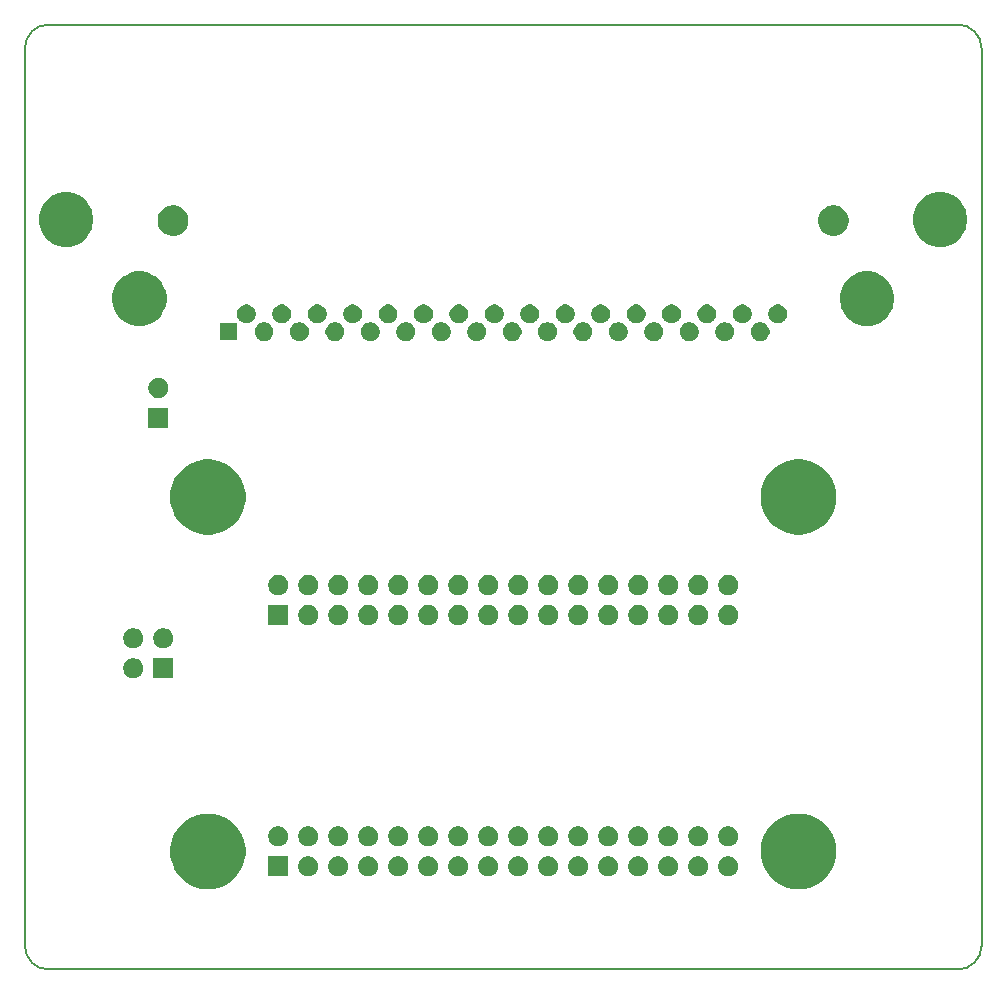
<source format=gbr>
G04 #@! TF.GenerationSoftware,KiCad,Pcbnew,5.1.5-52549c5~84~ubuntu19.10.1*
G04 #@! TF.CreationDate,2020-02-14T21:46:08+02:00*
G04 #@! TF.ProjectId,GB-BRK-SLOT-A,47422d42-524b-42d5-934c-4f542d412e6b,v1.1*
G04 #@! TF.SameCoordinates,Original*
G04 #@! TF.FileFunction,Soldermask,Bot*
G04 #@! TF.FilePolarity,Negative*
%FSLAX46Y46*%
G04 Gerber Fmt 4.6, Leading zero omitted, Abs format (unit mm)*
G04 Created by KiCad (PCBNEW 5.1.5-52549c5~84~ubuntu19.10.1) date 2020-02-14 21:46:08*
%MOMM*%
%LPD*%
G04 APERTURE LIST*
%ADD10C,0.150000*%
%ADD11C,0.100000*%
G04 APERTURE END LIST*
D10*
X128000000Y-148000000D02*
G75*
G02X126000000Y-150000000I-2000000J0D01*
G01*
X49000000Y-150000000D02*
G75*
G02X47000000Y-148000000I0J2000000D01*
G01*
X47000000Y-72000000D02*
G75*
G02X49000000Y-70000000I2000000J0D01*
G01*
X126000000Y-70000000D02*
G75*
G02X128000000Y-72000000I0J-2000000D01*
G01*
X128000000Y-72000000D02*
X128000000Y-148000000D01*
X49000000Y-70000000D02*
X126000000Y-70000000D01*
X49000000Y-150000000D02*
X126000000Y-150000000D01*
X47000000Y-72000000D02*
X47000000Y-148000000D01*
D11*
G36*
X112969730Y-136830744D02*
G01*
X113433408Y-136922975D01*
X114015768Y-137164197D01*
X114539881Y-137514398D01*
X114985602Y-137960119D01*
X115230994Y-138327374D01*
X115335803Y-138484232D01*
X115577025Y-139066592D01*
X115659905Y-139483260D01*
X115700000Y-139684828D01*
X115700000Y-140315172D01*
X115679148Y-140420000D01*
X115577025Y-140933408D01*
X115402927Y-141353716D01*
X115335803Y-141515768D01*
X114996708Y-142023260D01*
X114985601Y-142039882D01*
X114539882Y-142485601D01*
X114015768Y-142835803D01*
X113433408Y-143077025D01*
X112969730Y-143169256D01*
X112815172Y-143200000D01*
X112184828Y-143200000D01*
X112030270Y-143169256D01*
X111566592Y-143077025D01*
X110984232Y-142835803D01*
X110460118Y-142485601D01*
X110014399Y-142039882D01*
X110003293Y-142023260D01*
X109664197Y-141515768D01*
X109597073Y-141353716D01*
X109422975Y-140933408D01*
X109320852Y-140420000D01*
X109300000Y-140315172D01*
X109300000Y-139684828D01*
X109340095Y-139483260D01*
X109422975Y-139066592D01*
X109664197Y-138484232D01*
X109769006Y-138327374D01*
X110014398Y-137960119D01*
X110460119Y-137514398D01*
X110984232Y-137164197D01*
X111566592Y-136922975D01*
X112030270Y-136830744D01*
X112184828Y-136800000D01*
X112815172Y-136800000D01*
X112969730Y-136830744D01*
G37*
G36*
X62969730Y-136830744D02*
G01*
X63433408Y-136922975D01*
X64015768Y-137164197D01*
X64539881Y-137514398D01*
X64985602Y-137960119D01*
X65230994Y-138327374D01*
X65335803Y-138484232D01*
X65577025Y-139066592D01*
X65659905Y-139483260D01*
X65700000Y-139684828D01*
X65700000Y-140315172D01*
X65679148Y-140420000D01*
X65577025Y-140933408D01*
X65402927Y-141353716D01*
X65335803Y-141515768D01*
X64996708Y-142023260D01*
X64985601Y-142039882D01*
X64539882Y-142485601D01*
X64015768Y-142835803D01*
X63433408Y-143077025D01*
X62969730Y-143169256D01*
X62815172Y-143200000D01*
X62184828Y-143200000D01*
X62030270Y-143169256D01*
X61566592Y-143077025D01*
X60984232Y-142835803D01*
X60460118Y-142485601D01*
X60014399Y-142039882D01*
X60003293Y-142023260D01*
X59664197Y-141515768D01*
X59597073Y-141353716D01*
X59422975Y-140933408D01*
X59320852Y-140420000D01*
X59300000Y-140315172D01*
X59300000Y-139684828D01*
X59340095Y-139483260D01*
X59422975Y-139066592D01*
X59664197Y-138484232D01*
X59769006Y-138327374D01*
X60014398Y-137960119D01*
X60460119Y-137514398D01*
X60984232Y-137164197D01*
X61566592Y-136922975D01*
X62030270Y-136830744D01*
X62184828Y-136800000D01*
X62815172Y-136800000D01*
X62969730Y-136830744D01*
G37*
G36*
X78857936Y-140452665D02*
G01*
X78857938Y-140452666D01*
X78857939Y-140452666D01*
X79012628Y-140516740D01*
X79151842Y-140609760D01*
X79270240Y-140728158D01*
X79363260Y-140867372D01*
X79427334Y-141022061D01*
X79427335Y-141022064D01*
X79460000Y-141186282D01*
X79460000Y-141353718D01*
X79453508Y-141386356D01*
X79427334Y-141517939D01*
X79363260Y-141672628D01*
X79270240Y-141811842D01*
X79151842Y-141930240D01*
X79012628Y-142023260D01*
X78857939Y-142087334D01*
X78857938Y-142087334D01*
X78857936Y-142087335D01*
X78693718Y-142120000D01*
X78526282Y-142120000D01*
X78362064Y-142087335D01*
X78362062Y-142087334D01*
X78362061Y-142087334D01*
X78207372Y-142023260D01*
X78068158Y-141930240D01*
X77949760Y-141811842D01*
X77856740Y-141672628D01*
X77792666Y-141517939D01*
X77766493Y-141386356D01*
X77760000Y-141353718D01*
X77760000Y-141186282D01*
X77792665Y-141022064D01*
X77792666Y-141022061D01*
X77856740Y-140867372D01*
X77949760Y-140728158D01*
X78068158Y-140609760D01*
X78207372Y-140516740D01*
X78362061Y-140452666D01*
X78362062Y-140452666D01*
X78362064Y-140452665D01*
X78526282Y-140420000D01*
X78693718Y-140420000D01*
X78857936Y-140452665D01*
G37*
G36*
X69300000Y-142120000D02*
G01*
X67600000Y-142120000D01*
X67600000Y-140420000D01*
X69300000Y-140420000D01*
X69300000Y-142120000D01*
G37*
G36*
X71237936Y-140452665D02*
G01*
X71237938Y-140452666D01*
X71237939Y-140452666D01*
X71392628Y-140516740D01*
X71531842Y-140609760D01*
X71650240Y-140728158D01*
X71743260Y-140867372D01*
X71807334Y-141022061D01*
X71807335Y-141022064D01*
X71840000Y-141186282D01*
X71840000Y-141353718D01*
X71833508Y-141386356D01*
X71807334Y-141517939D01*
X71743260Y-141672628D01*
X71650240Y-141811842D01*
X71531842Y-141930240D01*
X71392628Y-142023260D01*
X71237939Y-142087334D01*
X71237938Y-142087334D01*
X71237936Y-142087335D01*
X71073718Y-142120000D01*
X70906282Y-142120000D01*
X70742064Y-142087335D01*
X70742062Y-142087334D01*
X70742061Y-142087334D01*
X70587372Y-142023260D01*
X70448158Y-141930240D01*
X70329760Y-141811842D01*
X70236740Y-141672628D01*
X70172666Y-141517939D01*
X70146493Y-141386356D01*
X70140000Y-141353718D01*
X70140000Y-141186282D01*
X70172665Y-141022064D01*
X70172666Y-141022061D01*
X70236740Y-140867372D01*
X70329760Y-140728158D01*
X70448158Y-140609760D01*
X70587372Y-140516740D01*
X70742061Y-140452666D01*
X70742062Y-140452666D01*
X70742064Y-140452665D01*
X70906282Y-140420000D01*
X71073718Y-140420000D01*
X71237936Y-140452665D01*
G37*
G36*
X73777936Y-140452665D02*
G01*
X73777938Y-140452666D01*
X73777939Y-140452666D01*
X73932628Y-140516740D01*
X74071842Y-140609760D01*
X74190240Y-140728158D01*
X74283260Y-140867372D01*
X74347334Y-141022061D01*
X74347335Y-141022064D01*
X74380000Y-141186282D01*
X74380000Y-141353718D01*
X74373508Y-141386356D01*
X74347334Y-141517939D01*
X74283260Y-141672628D01*
X74190240Y-141811842D01*
X74071842Y-141930240D01*
X73932628Y-142023260D01*
X73777939Y-142087334D01*
X73777938Y-142087334D01*
X73777936Y-142087335D01*
X73613718Y-142120000D01*
X73446282Y-142120000D01*
X73282064Y-142087335D01*
X73282062Y-142087334D01*
X73282061Y-142087334D01*
X73127372Y-142023260D01*
X72988158Y-141930240D01*
X72869760Y-141811842D01*
X72776740Y-141672628D01*
X72712666Y-141517939D01*
X72686493Y-141386356D01*
X72680000Y-141353718D01*
X72680000Y-141186282D01*
X72712665Y-141022064D01*
X72712666Y-141022061D01*
X72776740Y-140867372D01*
X72869760Y-140728158D01*
X72988158Y-140609760D01*
X73127372Y-140516740D01*
X73282061Y-140452666D01*
X73282062Y-140452666D01*
X73282064Y-140452665D01*
X73446282Y-140420000D01*
X73613718Y-140420000D01*
X73777936Y-140452665D01*
G37*
G36*
X76317936Y-140452665D02*
G01*
X76317938Y-140452666D01*
X76317939Y-140452666D01*
X76472628Y-140516740D01*
X76611842Y-140609760D01*
X76730240Y-140728158D01*
X76823260Y-140867372D01*
X76887334Y-141022061D01*
X76887335Y-141022064D01*
X76920000Y-141186282D01*
X76920000Y-141353718D01*
X76913508Y-141386356D01*
X76887334Y-141517939D01*
X76823260Y-141672628D01*
X76730240Y-141811842D01*
X76611842Y-141930240D01*
X76472628Y-142023260D01*
X76317939Y-142087334D01*
X76317938Y-142087334D01*
X76317936Y-142087335D01*
X76153718Y-142120000D01*
X75986282Y-142120000D01*
X75822064Y-142087335D01*
X75822062Y-142087334D01*
X75822061Y-142087334D01*
X75667372Y-142023260D01*
X75528158Y-141930240D01*
X75409760Y-141811842D01*
X75316740Y-141672628D01*
X75252666Y-141517939D01*
X75226493Y-141386356D01*
X75220000Y-141353718D01*
X75220000Y-141186282D01*
X75252665Y-141022064D01*
X75252666Y-141022061D01*
X75316740Y-140867372D01*
X75409760Y-140728158D01*
X75528158Y-140609760D01*
X75667372Y-140516740D01*
X75822061Y-140452666D01*
X75822062Y-140452666D01*
X75822064Y-140452665D01*
X75986282Y-140420000D01*
X76153718Y-140420000D01*
X76317936Y-140452665D01*
G37*
G36*
X81397936Y-140452665D02*
G01*
X81397938Y-140452666D01*
X81397939Y-140452666D01*
X81552628Y-140516740D01*
X81691842Y-140609760D01*
X81810240Y-140728158D01*
X81903260Y-140867372D01*
X81967334Y-141022061D01*
X81967335Y-141022064D01*
X82000000Y-141186282D01*
X82000000Y-141353718D01*
X81993508Y-141386356D01*
X81967334Y-141517939D01*
X81903260Y-141672628D01*
X81810240Y-141811842D01*
X81691842Y-141930240D01*
X81552628Y-142023260D01*
X81397939Y-142087334D01*
X81397938Y-142087334D01*
X81397936Y-142087335D01*
X81233718Y-142120000D01*
X81066282Y-142120000D01*
X80902064Y-142087335D01*
X80902062Y-142087334D01*
X80902061Y-142087334D01*
X80747372Y-142023260D01*
X80608158Y-141930240D01*
X80489760Y-141811842D01*
X80396740Y-141672628D01*
X80332666Y-141517939D01*
X80306493Y-141386356D01*
X80300000Y-141353718D01*
X80300000Y-141186282D01*
X80332665Y-141022064D01*
X80332666Y-141022061D01*
X80396740Y-140867372D01*
X80489760Y-140728158D01*
X80608158Y-140609760D01*
X80747372Y-140516740D01*
X80902061Y-140452666D01*
X80902062Y-140452666D01*
X80902064Y-140452665D01*
X81066282Y-140420000D01*
X81233718Y-140420000D01*
X81397936Y-140452665D01*
G37*
G36*
X83937936Y-140452665D02*
G01*
X83937938Y-140452666D01*
X83937939Y-140452666D01*
X84092628Y-140516740D01*
X84231842Y-140609760D01*
X84350240Y-140728158D01*
X84443260Y-140867372D01*
X84507334Y-141022061D01*
X84507335Y-141022064D01*
X84540000Y-141186282D01*
X84540000Y-141353718D01*
X84533508Y-141386356D01*
X84507334Y-141517939D01*
X84443260Y-141672628D01*
X84350240Y-141811842D01*
X84231842Y-141930240D01*
X84092628Y-142023260D01*
X83937939Y-142087334D01*
X83937938Y-142087334D01*
X83937936Y-142087335D01*
X83773718Y-142120000D01*
X83606282Y-142120000D01*
X83442064Y-142087335D01*
X83442062Y-142087334D01*
X83442061Y-142087334D01*
X83287372Y-142023260D01*
X83148158Y-141930240D01*
X83029760Y-141811842D01*
X82936740Y-141672628D01*
X82872666Y-141517939D01*
X82846493Y-141386356D01*
X82840000Y-141353718D01*
X82840000Y-141186282D01*
X82872665Y-141022064D01*
X82872666Y-141022061D01*
X82936740Y-140867372D01*
X83029760Y-140728158D01*
X83148158Y-140609760D01*
X83287372Y-140516740D01*
X83442061Y-140452666D01*
X83442062Y-140452666D01*
X83442064Y-140452665D01*
X83606282Y-140420000D01*
X83773718Y-140420000D01*
X83937936Y-140452665D01*
G37*
G36*
X86477936Y-140452665D02*
G01*
X86477938Y-140452666D01*
X86477939Y-140452666D01*
X86632628Y-140516740D01*
X86771842Y-140609760D01*
X86890240Y-140728158D01*
X86983260Y-140867372D01*
X87047334Y-141022061D01*
X87047335Y-141022064D01*
X87080000Y-141186282D01*
X87080000Y-141353718D01*
X87073508Y-141386356D01*
X87047334Y-141517939D01*
X86983260Y-141672628D01*
X86890240Y-141811842D01*
X86771842Y-141930240D01*
X86632628Y-142023260D01*
X86477939Y-142087334D01*
X86477938Y-142087334D01*
X86477936Y-142087335D01*
X86313718Y-142120000D01*
X86146282Y-142120000D01*
X85982064Y-142087335D01*
X85982062Y-142087334D01*
X85982061Y-142087334D01*
X85827372Y-142023260D01*
X85688158Y-141930240D01*
X85569760Y-141811842D01*
X85476740Y-141672628D01*
X85412666Y-141517939D01*
X85386493Y-141386356D01*
X85380000Y-141353718D01*
X85380000Y-141186282D01*
X85412665Y-141022064D01*
X85412666Y-141022061D01*
X85476740Y-140867372D01*
X85569760Y-140728158D01*
X85688158Y-140609760D01*
X85827372Y-140516740D01*
X85982061Y-140452666D01*
X85982062Y-140452666D01*
X85982064Y-140452665D01*
X86146282Y-140420000D01*
X86313718Y-140420000D01*
X86477936Y-140452665D01*
G37*
G36*
X89017936Y-140452665D02*
G01*
X89017938Y-140452666D01*
X89017939Y-140452666D01*
X89172628Y-140516740D01*
X89311842Y-140609760D01*
X89430240Y-140728158D01*
X89523260Y-140867372D01*
X89587334Y-141022061D01*
X89587335Y-141022064D01*
X89620000Y-141186282D01*
X89620000Y-141353718D01*
X89613508Y-141386356D01*
X89587334Y-141517939D01*
X89523260Y-141672628D01*
X89430240Y-141811842D01*
X89311842Y-141930240D01*
X89172628Y-142023260D01*
X89017939Y-142087334D01*
X89017938Y-142087334D01*
X89017936Y-142087335D01*
X88853718Y-142120000D01*
X88686282Y-142120000D01*
X88522064Y-142087335D01*
X88522062Y-142087334D01*
X88522061Y-142087334D01*
X88367372Y-142023260D01*
X88228158Y-141930240D01*
X88109760Y-141811842D01*
X88016740Y-141672628D01*
X87952666Y-141517939D01*
X87926493Y-141386356D01*
X87920000Y-141353718D01*
X87920000Y-141186282D01*
X87952665Y-141022064D01*
X87952666Y-141022061D01*
X88016740Y-140867372D01*
X88109760Y-140728158D01*
X88228158Y-140609760D01*
X88367372Y-140516740D01*
X88522061Y-140452666D01*
X88522062Y-140452666D01*
X88522064Y-140452665D01*
X88686282Y-140420000D01*
X88853718Y-140420000D01*
X89017936Y-140452665D01*
G37*
G36*
X91557936Y-140452665D02*
G01*
X91557938Y-140452666D01*
X91557939Y-140452666D01*
X91712628Y-140516740D01*
X91851842Y-140609760D01*
X91970240Y-140728158D01*
X92063260Y-140867372D01*
X92127334Y-141022061D01*
X92127335Y-141022064D01*
X92160000Y-141186282D01*
X92160000Y-141353718D01*
X92153508Y-141386356D01*
X92127334Y-141517939D01*
X92063260Y-141672628D01*
X91970240Y-141811842D01*
X91851842Y-141930240D01*
X91712628Y-142023260D01*
X91557939Y-142087334D01*
X91557938Y-142087334D01*
X91557936Y-142087335D01*
X91393718Y-142120000D01*
X91226282Y-142120000D01*
X91062064Y-142087335D01*
X91062062Y-142087334D01*
X91062061Y-142087334D01*
X90907372Y-142023260D01*
X90768158Y-141930240D01*
X90649760Y-141811842D01*
X90556740Y-141672628D01*
X90492666Y-141517939D01*
X90466493Y-141386356D01*
X90460000Y-141353718D01*
X90460000Y-141186282D01*
X90492665Y-141022064D01*
X90492666Y-141022061D01*
X90556740Y-140867372D01*
X90649760Y-140728158D01*
X90768158Y-140609760D01*
X90907372Y-140516740D01*
X91062061Y-140452666D01*
X91062062Y-140452666D01*
X91062064Y-140452665D01*
X91226282Y-140420000D01*
X91393718Y-140420000D01*
X91557936Y-140452665D01*
G37*
G36*
X94097936Y-140452665D02*
G01*
X94097938Y-140452666D01*
X94097939Y-140452666D01*
X94252628Y-140516740D01*
X94391842Y-140609760D01*
X94510240Y-140728158D01*
X94603260Y-140867372D01*
X94667334Y-141022061D01*
X94667335Y-141022064D01*
X94700000Y-141186282D01*
X94700000Y-141353718D01*
X94693508Y-141386356D01*
X94667334Y-141517939D01*
X94603260Y-141672628D01*
X94510240Y-141811842D01*
X94391842Y-141930240D01*
X94252628Y-142023260D01*
X94097939Y-142087334D01*
X94097938Y-142087334D01*
X94097936Y-142087335D01*
X93933718Y-142120000D01*
X93766282Y-142120000D01*
X93602064Y-142087335D01*
X93602062Y-142087334D01*
X93602061Y-142087334D01*
X93447372Y-142023260D01*
X93308158Y-141930240D01*
X93189760Y-141811842D01*
X93096740Y-141672628D01*
X93032666Y-141517939D01*
X93006493Y-141386356D01*
X93000000Y-141353718D01*
X93000000Y-141186282D01*
X93032665Y-141022064D01*
X93032666Y-141022061D01*
X93096740Y-140867372D01*
X93189760Y-140728158D01*
X93308158Y-140609760D01*
X93447372Y-140516740D01*
X93602061Y-140452666D01*
X93602062Y-140452666D01*
X93602064Y-140452665D01*
X93766282Y-140420000D01*
X93933718Y-140420000D01*
X94097936Y-140452665D01*
G37*
G36*
X96637936Y-140452665D02*
G01*
X96637938Y-140452666D01*
X96637939Y-140452666D01*
X96792628Y-140516740D01*
X96931842Y-140609760D01*
X97050240Y-140728158D01*
X97143260Y-140867372D01*
X97207334Y-141022061D01*
X97207335Y-141022064D01*
X97240000Y-141186282D01*
X97240000Y-141353718D01*
X97233508Y-141386356D01*
X97207334Y-141517939D01*
X97143260Y-141672628D01*
X97050240Y-141811842D01*
X96931842Y-141930240D01*
X96792628Y-142023260D01*
X96637939Y-142087334D01*
X96637938Y-142087334D01*
X96637936Y-142087335D01*
X96473718Y-142120000D01*
X96306282Y-142120000D01*
X96142064Y-142087335D01*
X96142062Y-142087334D01*
X96142061Y-142087334D01*
X95987372Y-142023260D01*
X95848158Y-141930240D01*
X95729760Y-141811842D01*
X95636740Y-141672628D01*
X95572666Y-141517939D01*
X95546493Y-141386356D01*
X95540000Y-141353718D01*
X95540000Y-141186282D01*
X95572665Y-141022064D01*
X95572666Y-141022061D01*
X95636740Y-140867372D01*
X95729760Y-140728158D01*
X95848158Y-140609760D01*
X95987372Y-140516740D01*
X96142061Y-140452666D01*
X96142062Y-140452666D01*
X96142064Y-140452665D01*
X96306282Y-140420000D01*
X96473718Y-140420000D01*
X96637936Y-140452665D01*
G37*
G36*
X99177936Y-140452665D02*
G01*
X99177938Y-140452666D01*
X99177939Y-140452666D01*
X99332628Y-140516740D01*
X99471842Y-140609760D01*
X99590240Y-140728158D01*
X99683260Y-140867372D01*
X99747334Y-141022061D01*
X99747335Y-141022064D01*
X99780000Y-141186282D01*
X99780000Y-141353718D01*
X99773508Y-141386356D01*
X99747334Y-141517939D01*
X99683260Y-141672628D01*
X99590240Y-141811842D01*
X99471842Y-141930240D01*
X99332628Y-142023260D01*
X99177939Y-142087334D01*
X99177938Y-142087334D01*
X99177936Y-142087335D01*
X99013718Y-142120000D01*
X98846282Y-142120000D01*
X98682064Y-142087335D01*
X98682062Y-142087334D01*
X98682061Y-142087334D01*
X98527372Y-142023260D01*
X98388158Y-141930240D01*
X98269760Y-141811842D01*
X98176740Y-141672628D01*
X98112666Y-141517939D01*
X98086493Y-141386356D01*
X98080000Y-141353718D01*
X98080000Y-141186282D01*
X98112665Y-141022064D01*
X98112666Y-141022061D01*
X98176740Y-140867372D01*
X98269760Y-140728158D01*
X98388158Y-140609760D01*
X98527372Y-140516740D01*
X98682061Y-140452666D01*
X98682062Y-140452666D01*
X98682064Y-140452665D01*
X98846282Y-140420000D01*
X99013718Y-140420000D01*
X99177936Y-140452665D01*
G37*
G36*
X104257936Y-140452665D02*
G01*
X104257938Y-140452666D01*
X104257939Y-140452666D01*
X104412628Y-140516740D01*
X104551842Y-140609760D01*
X104670240Y-140728158D01*
X104763260Y-140867372D01*
X104827334Y-141022061D01*
X104827335Y-141022064D01*
X104860000Y-141186282D01*
X104860000Y-141353718D01*
X104853508Y-141386356D01*
X104827334Y-141517939D01*
X104763260Y-141672628D01*
X104670240Y-141811842D01*
X104551842Y-141930240D01*
X104412628Y-142023260D01*
X104257939Y-142087334D01*
X104257938Y-142087334D01*
X104257936Y-142087335D01*
X104093718Y-142120000D01*
X103926282Y-142120000D01*
X103762064Y-142087335D01*
X103762062Y-142087334D01*
X103762061Y-142087334D01*
X103607372Y-142023260D01*
X103468158Y-141930240D01*
X103349760Y-141811842D01*
X103256740Y-141672628D01*
X103192666Y-141517939D01*
X103166493Y-141386356D01*
X103160000Y-141353718D01*
X103160000Y-141186282D01*
X103192665Y-141022064D01*
X103192666Y-141022061D01*
X103256740Y-140867372D01*
X103349760Y-140728158D01*
X103468158Y-140609760D01*
X103607372Y-140516740D01*
X103762061Y-140452666D01*
X103762062Y-140452666D01*
X103762064Y-140452665D01*
X103926282Y-140420000D01*
X104093718Y-140420000D01*
X104257936Y-140452665D01*
G37*
G36*
X101717936Y-140452665D02*
G01*
X101717938Y-140452666D01*
X101717939Y-140452666D01*
X101872628Y-140516740D01*
X102011842Y-140609760D01*
X102130240Y-140728158D01*
X102223260Y-140867372D01*
X102287334Y-141022061D01*
X102287335Y-141022064D01*
X102320000Y-141186282D01*
X102320000Y-141353718D01*
X102313508Y-141386356D01*
X102287334Y-141517939D01*
X102223260Y-141672628D01*
X102130240Y-141811842D01*
X102011842Y-141930240D01*
X101872628Y-142023260D01*
X101717939Y-142087334D01*
X101717938Y-142087334D01*
X101717936Y-142087335D01*
X101553718Y-142120000D01*
X101386282Y-142120000D01*
X101222064Y-142087335D01*
X101222062Y-142087334D01*
X101222061Y-142087334D01*
X101067372Y-142023260D01*
X100928158Y-141930240D01*
X100809760Y-141811842D01*
X100716740Y-141672628D01*
X100652666Y-141517939D01*
X100626493Y-141386356D01*
X100620000Y-141353718D01*
X100620000Y-141186282D01*
X100652665Y-141022064D01*
X100652666Y-141022061D01*
X100716740Y-140867372D01*
X100809760Y-140728158D01*
X100928158Y-140609760D01*
X101067372Y-140516740D01*
X101222061Y-140452666D01*
X101222062Y-140452666D01*
X101222064Y-140452665D01*
X101386282Y-140420000D01*
X101553718Y-140420000D01*
X101717936Y-140452665D01*
G37*
G36*
X106797936Y-140452665D02*
G01*
X106797938Y-140452666D01*
X106797939Y-140452666D01*
X106952628Y-140516740D01*
X107091842Y-140609760D01*
X107210240Y-140728158D01*
X107303260Y-140867372D01*
X107367334Y-141022061D01*
X107367335Y-141022064D01*
X107400000Y-141186282D01*
X107400000Y-141353718D01*
X107393508Y-141386356D01*
X107367334Y-141517939D01*
X107303260Y-141672628D01*
X107210240Y-141811842D01*
X107091842Y-141930240D01*
X106952628Y-142023260D01*
X106797939Y-142087334D01*
X106797938Y-142087334D01*
X106797936Y-142087335D01*
X106633718Y-142120000D01*
X106466282Y-142120000D01*
X106302064Y-142087335D01*
X106302062Y-142087334D01*
X106302061Y-142087334D01*
X106147372Y-142023260D01*
X106008158Y-141930240D01*
X105889760Y-141811842D01*
X105796740Y-141672628D01*
X105732666Y-141517939D01*
X105706493Y-141386356D01*
X105700000Y-141353718D01*
X105700000Y-141186282D01*
X105732665Y-141022064D01*
X105732666Y-141022061D01*
X105796740Y-140867372D01*
X105889760Y-140728158D01*
X106008158Y-140609760D01*
X106147372Y-140516740D01*
X106302061Y-140452666D01*
X106302062Y-140452666D01*
X106302064Y-140452665D01*
X106466282Y-140420000D01*
X106633718Y-140420000D01*
X106797936Y-140452665D01*
G37*
G36*
X73777936Y-137912665D02*
G01*
X73777938Y-137912666D01*
X73777939Y-137912666D01*
X73932628Y-137976740D01*
X74071842Y-138069760D01*
X74190240Y-138188158D01*
X74283260Y-138327372D01*
X74289460Y-138342341D01*
X74347335Y-138482064D01*
X74380000Y-138646282D01*
X74380000Y-138813716D01*
X74347334Y-138977939D01*
X74283260Y-139132628D01*
X74190240Y-139271842D01*
X74071842Y-139390240D01*
X73932628Y-139483260D01*
X73777939Y-139547334D01*
X73777938Y-139547334D01*
X73777936Y-139547335D01*
X73613718Y-139580000D01*
X73446282Y-139580000D01*
X73282064Y-139547335D01*
X73282062Y-139547334D01*
X73282061Y-139547334D01*
X73127372Y-139483260D01*
X72988158Y-139390240D01*
X72869760Y-139271842D01*
X72776740Y-139132628D01*
X72712666Y-138977939D01*
X72680000Y-138813716D01*
X72680000Y-138646282D01*
X72712665Y-138482064D01*
X72770540Y-138342341D01*
X72776740Y-138327372D01*
X72869760Y-138188158D01*
X72988158Y-138069760D01*
X73127372Y-137976740D01*
X73282061Y-137912666D01*
X73282062Y-137912666D01*
X73282064Y-137912665D01*
X73446282Y-137880000D01*
X73613718Y-137880000D01*
X73777936Y-137912665D01*
G37*
G36*
X68697936Y-137912665D02*
G01*
X68697938Y-137912666D01*
X68697939Y-137912666D01*
X68852628Y-137976740D01*
X68991842Y-138069760D01*
X69110240Y-138188158D01*
X69203260Y-138327372D01*
X69209460Y-138342341D01*
X69267335Y-138482064D01*
X69300000Y-138646282D01*
X69300000Y-138813716D01*
X69267334Y-138977939D01*
X69203260Y-139132628D01*
X69110240Y-139271842D01*
X68991842Y-139390240D01*
X68852628Y-139483260D01*
X68697939Y-139547334D01*
X68697938Y-139547334D01*
X68697936Y-139547335D01*
X68533718Y-139580000D01*
X68366282Y-139580000D01*
X68202064Y-139547335D01*
X68202062Y-139547334D01*
X68202061Y-139547334D01*
X68047372Y-139483260D01*
X67908158Y-139390240D01*
X67789760Y-139271842D01*
X67696740Y-139132628D01*
X67632666Y-138977939D01*
X67600000Y-138813716D01*
X67600000Y-138646282D01*
X67632665Y-138482064D01*
X67690540Y-138342341D01*
X67696740Y-138327372D01*
X67789760Y-138188158D01*
X67908158Y-138069760D01*
X68047372Y-137976740D01*
X68202061Y-137912666D01*
X68202062Y-137912666D01*
X68202064Y-137912665D01*
X68366282Y-137880000D01*
X68533718Y-137880000D01*
X68697936Y-137912665D01*
G37*
G36*
X71237936Y-137912665D02*
G01*
X71237938Y-137912666D01*
X71237939Y-137912666D01*
X71392628Y-137976740D01*
X71531842Y-138069760D01*
X71650240Y-138188158D01*
X71743260Y-138327372D01*
X71749460Y-138342341D01*
X71807335Y-138482064D01*
X71840000Y-138646282D01*
X71840000Y-138813716D01*
X71807334Y-138977939D01*
X71743260Y-139132628D01*
X71650240Y-139271842D01*
X71531842Y-139390240D01*
X71392628Y-139483260D01*
X71237939Y-139547334D01*
X71237938Y-139547334D01*
X71237936Y-139547335D01*
X71073718Y-139580000D01*
X70906282Y-139580000D01*
X70742064Y-139547335D01*
X70742062Y-139547334D01*
X70742061Y-139547334D01*
X70587372Y-139483260D01*
X70448158Y-139390240D01*
X70329760Y-139271842D01*
X70236740Y-139132628D01*
X70172666Y-138977939D01*
X70140000Y-138813716D01*
X70140000Y-138646282D01*
X70172665Y-138482064D01*
X70230540Y-138342341D01*
X70236740Y-138327372D01*
X70329760Y-138188158D01*
X70448158Y-138069760D01*
X70587372Y-137976740D01*
X70742061Y-137912666D01*
X70742062Y-137912666D01*
X70742064Y-137912665D01*
X70906282Y-137880000D01*
X71073718Y-137880000D01*
X71237936Y-137912665D01*
G37*
G36*
X76317936Y-137912665D02*
G01*
X76317938Y-137912666D01*
X76317939Y-137912666D01*
X76472628Y-137976740D01*
X76611842Y-138069760D01*
X76730240Y-138188158D01*
X76823260Y-138327372D01*
X76829460Y-138342341D01*
X76887335Y-138482064D01*
X76920000Y-138646282D01*
X76920000Y-138813716D01*
X76887334Y-138977939D01*
X76823260Y-139132628D01*
X76730240Y-139271842D01*
X76611842Y-139390240D01*
X76472628Y-139483260D01*
X76317939Y-139547334D01*
X76317938Y-139547334D01*
X76317936Y-139547335D01*
X76153718Y-139580000D01*
X75986282Y-139580000D01*
X75822064Y-139547335D01*
X75822062Y-139547334D01*
X75822061Y-139547334D01*
X75667372Y-139483260D01*
X75528158Y-139390240D01*
X75409760Y-139271842D01*
X75316740Y-139132628D01*
X75252666Y-138977939D01*
X75220000Y-138813716D01*
X75220000Y-138646282D01*
X75252665Y-138482064D01*
X75310540Y-138342341D01*
X75316740Y-138327372D01*
X75409760Y-138188158D01*
X75528158Y-138069760D01*
X75667372Y-137976740D01*
X75822061Y-137912666D01*
X75822062Y-137912666D01*
X75822064Y-137912665D01*
X75986282Y-137880000D01*
X76153718Y-137880000D01*
X76317936Y-137912665D01*
G37*
G36*
X78857936Y-137912665D02*
G01*
X78857938Y-137912666D01*
X78857939Y-137912666D01*
X79012628Y-137976740D01*
X79151842Y-138069760D01*
X79270240Y-138188158D01*
X79363260Y-138327372D01*
X79369460Y-138342341D01*
X79427335Y-138482064D01*
X79460000Y-138646282D01*
X79460000Y-138813716D01*
X79427334Y-138977939D01*
X79363260Y-139132628D01*
X79270240Y-139271842D01*
X79151842Y-139390240D01*
X79012628Y-139483260D01*
X78857939Y-139547334D01*
X78857938Y-139547334D01*
X78857936Y-139547335D01*
X78693718Y-139580000D01*
X78526282Y-139580000D01*
X78362064Y-139547335D01*
X78362062Y-139547334D01*
X78362061Y-139547334D01*
X78207372Y-139483260D01*
X78068158Y-139390240D01*
X77949760Y-139271842D01*
X77856740Y-139132628D01*
X77792666Y-138977939D01*
X77760000Y-138813716D01*
X77760000Y-138646282D01*
X77792665Y-138482064D01*
X77850540Y-138342341D01*
X77856740Y-138327372D01*
X77949760Y-138188158D01*
X78068158Y-138069760D01*
X78207372Y-137976740D01*
X78362061Y-137912666D01*
X78362062Y-137912666D01*
X78362064Y-137912665D01*
X78526282Y-137880000D01*
X78693718Y-137880000D01*
X78857936Y-137912665D01*
G37*
G36*
X81397936Y-137912665D02*
G01*
X81397938Y-137912666D01*
X81397939Y-137912666D01*
X81552628Y-137976740D01*
X81691842Y-138069760D01*
X81810240Y-138188158D01*
X81903260Y-138327372D01*
X81909460Y-138342341D01*
X81967335Y-138482064D01*
X82000000Y-138646282D01*
X82000000Y-138813716D01*
X81967334Y-138977939D01*
X81903260Y-139132628D01*
X81810240Y-139271842D01*
X81691842Y-139390240D01*
X81552628Y-139483260D01*
X81397939Y-139547334D01*
X81397938Y-139547334D01*
X81397936Y-139547335D01*
X81233718Y-139580000D01*
X81066282Y-139580000D01*
X80902064Y-139547335D01*
X80902062Y-139547334D01*
X80902061Y-139547334D01*
X80747372Y-139483260D01*
X80608158Y-139390240D01*
X80489760Y-139271842D01*
X80396740Y-139132628D01*
X80332666Y-138977939D01*
X80300000Y-138813716D01*
X80300000Y-138646282D01*
X80332665Y-138482064D01*
X80390540Y-138342341D01*
X80396740Y-138327372D01*
X80489760Y-138188158D01*
X80608158Y-138069760D01*
X80747372Y-137976740D01*
X80902061Y-137912666D01*
X80902062Y-137912666D01*
X80902064Y-137912665D01*
X81066282Y-137880000D01*
X81233718Y-137880000D01*
X81397936Y-137912665D01*
G37*
G36*
X83937936Y-137912665D02*
G01*
X83937938Y-137912666D01*
X83937939Y-137912666D01*
X84092628Y-137976740D01*
X84231842Y-138069760D01*
X84350240Y-138188158D01*
X84443260Y-138327372D01*
X84449460Y-138342341D01*
X84507335Y-138482064D01*
X84540000Y-138646282D01*
X84540000Y-138813716D01*
X84507334Y-138977939D01*
X84443260Y-139132628D01*
X84350240Y-139271842D01*
X84231842Y-139390240D01*
X84092628Y-139483260D01*
X83937939Y-139547334D01*
X83937938Y-139547334D01*
X83937936Y-139547335D01*
X83773718Y-139580000D01*
X83606282Y-139580000D01*
X83442064Y-139547335D01*
X83442062Y-139547334D01*
X83442061Y-139547334D01*
X83287372Y-139483260D01*
X83148158Y-139390240D01*
X83029760Y-139271842D01*
X82936740Y-139132628D01*
X82872666Y-138977939D01*
X82840000Y-138813716D01*
X82840000Y-138646282D01*
X82872665Y-138482064D01*
X82930540Y-138342341D01*
X82936740Y-138327372D01*
X83029760Y-138188158D01*
X83148158Y-138069760D01*
X83287372Y-137976740D01*
X83442061Y-137912666D01*
X83442062Y-137912666D01*
X83442064Y-137912665D01*
X83606282Y-137880000D01*
X83773718Y-137880000D01*
X83937936Y-137912665D01*
G37*
G36*
X86477936Y-137912665D02*
G01*
X86477938Y-137912666D01*
X86477939Y-137912666D01*
X86632628Y-137976740D01*
X86771842Y-138069760D01*
X86890240Y-138188158D01*
X86983260Y-138327372D01*
X86989460Y-138342341D01*
X87047335Y-138482064D01*
X87080000Y-138646282D01*
X87080000Y-138813716D01*
X87047334Y-138977939D01*
X86983260Y-139132628D01*
X86890240Y-139271842D01*
X86771842Y-139390240D01*
X86632628Y-139483260D01*
X86477939Y-139547334D01*
X86477938Y-139547334D01*
X86477936Y-139547335D01*
X86313718Y-139580000D01*
X86146282Y-139580000D01*
X85982064Y-139547335D01*
X85982062Y-139547334D01*
X85982061Y-139547334D01*
X85827372Y-139483260D01*
X85688158Y-139390240D01*
X85569760Y-139271842D01*
X85476740Y-139132628D01*
X85412666Y-138977939D01*
X85380000Y-138813716D01*
X85380000Y-138646282D01*
X85412665Y-138482064D01*
X85470540Y-138342341D01*
X85476740Y-138327372D01*
X85569760Y-138188158D01*
X85688158Y-138069760D01*
X85827372Y-137976740D01*
X85982061Y-137912666D01*
X85982062Y-137912666D01*
X85982064Y-137912665D01*
X86146282Y-137880000D01*
X86313718Y-137880000D01*
X86477936Y-137912665D01*
G37*
G36*
X89017936Y-137912665D02*
G01*
X89017938Y-137912666D01*
X89017939Y-137912666D01*
X89172628Y-137976740D01*
X89311842Y-138069760D01*
X89430240Y-138188158D01*
X89523260Y-138327372D01*
X89529460Y-138342341D01*
X89587335Y-138482064D01*
X89620000Y-138646282D01*
X89620000Y-138813716D01*
X89587334Y-138977939D01*
X89523260Y-139132628D01*
X89430240Y-139271842D01*
X89311842Y-139390240D01*
X89172628Y-139483260D01*
X89017939Y-139547334D01*
X89017938Y-139547334D01*
X89017936Y-139547335D01*
X88853718Y-139580000D01*
X88686282Y-139580000D01*
X88522064Y-139547335D01*
X88522062Y-139547334D01*
X88522061Y-139547334D01*
X88367372Y-139483260D01*
X88228158Y-139390240D01*
X88109760Y-139271842D01*
X88016740Y-139132628D01*
X87952666Y-138977939D01*
X87920000Y-138813716D01*
X87920000Y-138646282D01*
X87952665Y-138482064D01*
X88010540Y-138342341D01*
X88016740Y-138327372D01*
X88109760Y-138188158D01*
X88228158Y-138069760D01*
X88367372Y-137976740D01*
X88522061Y-137912666D01*
X88522062Y-137912666D01*
X88522064Y-137912665D01*
X88686282Y-137880000D01*
X88853718Y-137880000D01*
X89017936Y-137912665D01*
G37*
G36*
X99177936Y-137912665D02*
G01*
X99177938Y-137912666D01*
X99177939Y-137912666D01*
X99332628Y-137976740D01*
X99471842Y-138069760D01*
X99590240Y-138188158D01*
X99683260Y-138327372D01*
X99689460Y-138342341D01*
X99747335Y-138482064D01*
X99780000Y-138646282D01*
X99780000Y-138813716D01*
X99747334Y-138977939D01*
X99683260Y-139132628D01*
X99590240Y-139271842D01*
X99471842Y-139390240D01*
X99332628Y-139483260D01*
X99177939Y-139547334D01*
X99177938Y-139547334D01*
X99177936Y-139547335D01*
X99013718Y-139580000D01*
X98846282Y-139580000D01*
X98682064Y-139547335D01*
X98682062Y-139547334D01*
X98682061Y-139547334D01*
X98527372Y-139483260D01*
X98388158Y-139390240D01*
X98269760Y-139271842D01*
X98176740Y-139132628D01*
X98112666Y-138977939D01*
X98080000Y-138813716D01*
X98080000Y-138646282D01*
X98112665Y-138482064D01*
X98170540Y-138342341D01*
X98176740Y-138327372D01*
X98269760Y-138188158D01*
X98388158Y-138069760D01*
X98527372Y-137976740D01*
X98682061Y-137912666D01*
X98682062Y-137912666D01*
X98682064Y-137912665D01*
X98846282Y-137880000D01*
X99013718Y-137880000D01*
X99177936Y-137912665D01*
G37*
G36*
X101717936Y-137912665D02*
G01*
X101717938Y-137912666D01*
X101717939Y-137912666D01*
X101872628Y-137976740D01*
X102011842Y-138069760D01*
X102130240Y-138188158D01*
X102223260Y-138327372D01*
X102229460Y-138342341D01*
X102287335Y-138482064D01*
X102320000Y-138646282D01*
X102320000Y-138813716D01*
X102287334Y-138977939D01*
X102223260Y-139132628D01*
X102130240Y-139271842D01*
X102011842Y-139390240D01*
X101872628Y-139483260D01*
X101717939Y-139547334D01*
X101717938Y-139547334D01*
X101717936Y-139547335D01*
X101553718Y-139580000D01*
X101386282Y-139580000D01*
X101222064Y-139547335D01*
X101222062Y-139547334D01*
X101222061Y-139547334D01*
X101067372Y-139483260D01*
X100928158Y-139390240D01*
X100809760Y-139271842D01*
X100716740Y-139132628D01*
X100652666Y-138977939D01*
X100620000Y-138813716D01*
X100620000Y-138646282D01*
X100652665Y-138482064D01*
X100710540Y-138342341D01*
X100716740Y-138327372D01*
X100809760Y-138188158D01*
X100928158Y-138069760D01*
X101067372Y-137976740D01*
X101222061Y-137912666D01*
X101222062Y-137912666D01*
X101222064Y-137912665D01*
X101386282Y-137880000D01*
X101553718Y-137880000D01*
X101717936Y-137912665D01*
G37*
G36*
X96637936Y-137912665D02*
G01*
X96637938Y-137912666D01*
X96637939Y-137912666D01*
X96792628Y-137976740D01*
X96931842Y-138069760D01*
X97050240Y-138188158D01*
X97143260Y-138327372D01*
X97149460Y-138342341D01*
X97207335Y-138482064D01*
X97240000Y-138646282D01*
X97240000Y-138813716D01*
X97207334Y-138977939D01*
X97143260Y-139132628D01*
X97050240Y-139271842D01*
X96931842Y-139390240D01*
X96792628Y-139483260D01*
X96637939Y-139547334D01*
X96637938Y-139547334D01*
X96637936Y-139547335D01*
X96473718Y-139580000D01*
X96306282Y-139580000D01*
X96142064Y-139547335D01*
X96142062Y-139547334D01*
X96142061Y-139547334D01*
X95987372Y-139483260D01*
X95848158Y-139390240D01*
X95729760Y-139271842D01*
X95636740Y-139132628D01*
X95572666Y-138977939D01*
X95540000Y-138813716D01*
X95540000Y-138646282D01*
X95572665Y-138482064D01*
X95630540Y-138342341D01*
X95636740Y-138327372D01*
X95729760Y-138188158D01*
X95848158Y-138069760D01*
X95987372Y-137976740D01*
X96142061Y-137912666D01*
X96142062Y-137912666D01*
X96142064Y-137912665D01*
X96306282Y-137880000D01*
X96473718Y-137880000D01*
X96637936Y-137912665D01*
G37*
G36*
X94097936Y-137912665D02*
G01*
X94097938Y-137912666D01*
X94097939Y-137912666D01*
X94252628Y-137976740D01*
X94391842Y-138069760D01*
X94510240Y-138188158D01*
X94603260Y-138327372D01*
X94609460Y-138342341D01*
X94667335Y-138482064D01*
X94700000Y-138646282D01*
X94700000Y-138813716D01*
X94667334Y-138977939D01*
X94603260Y-139132628D01*
X94510240Y-139271842D01*
X94391842Y-139390240D01*
X94252628Y-139483260D01*
X94097939Y-139547334D01*
X94097938Y-139547334D01*
X94097936Y-139547335D01*
X93933718Y-139580000D01*
X93766282Y-139580000D01*
X93602064Y-139547335D01*
X93602062Y-139547334D01*
X93602061Y-139547334D01*
X93447372Y-139483260D01*
X93308158Y-139390240D01*
X93189760Y-139271842D01*
X93096740Y-139132628D01*
X93032666Y-138977939D01*
X93000000Y-138813716D01*
X93000000Y-138646282D01*
X93032665Y-138482064D01*
X93090540Y-138342341D01*
X93096740Y-138327372D01*
X93189760Y-138188158D01*
X93308158Y-138069760D01*
X93447372Y-137976740D01*
X93602061Y-137912666D01*
X93602062Y-137912666D01*
X93602064Y-137912665D01*
X93766282Y-137880000D01*
X93933718Y-137880000D01*
X94097936Y-137912665D01*
G37*
G36*
X106797936Y-137912665D02*
G01*
X106797938Y-137912666D01*
X106797939Y-137912666D01*
X106952628Y-137976740D01*
X107091842Y-138069760D01*
X107210240Y-138188158D01*
X107303260Y-138327372D01*
X107309460Y-138342341D01*
X107367335Y-138482064D01*
X107400000Y-138646282D01*
X107400000Y-138813716D01*
X107367334Y-138977939D01*
X107303260Y-139132628D01*
X107210240Y-139271842D01*
X107091842Y-139390240D01*
X106952628Y-139483260D01*
X106797939Y-139547334D01*
X106797938Y-139547334D01*
X106797936Y-139547335D01*
X106633718Y-139580000D01*
X106466282Y-139580000D01*
X106302064Y-139547335D01*
X106302062Y-139547334D01*
X106302061Y-139547334D01*
X106147372Y-139483260D01*
X106008158Y-139390240D01*
X105889760Y-139271842D01*
X105796740Y-139132628D01*
X105732666Y-138977939D01*
X105700000Y-138813716D01*
X105700000Y-138646282D01*
X105732665Y-138482064D01*
X105790540Y-138342341D01*
X105796740Y-138327372D01*
X105889760Y-138188158D01*
X106008158Y-138069760D01*
X106147372Y-137976740D01*
X106302061Y-137912666D01*
X106302062Y-137912666D01*
X106302064Y-137912665D01*
X106466282Y-137880000D01*
X106633718Y-137880000D01*
X106797936Y-137912665D01*
G37*
G36*
X104257936Y-137912665D02*
G01*
X104257938Y-137912666D01*
X104257939Y-137912666D01*
X104412628Y-137976740D01*
X104551842Y-138069760D01*
X104670240Y-138188158D01*
X104763260Y-138327372D01*
X104769460Y-138342341D01*
X104827335Y-138482064D01*
X104860000Y-138646282D01*
X104860000Y-138813716D01*
X104827334Y-138977939D01*
X104763260Y-139132628D01*
X104670240Y-139271842D01*
X104551842Y-139390240D01*
X104412628Y-139483260D01*
X104257939Y-139547334D01*
X104257938Y-139547334D01*
X104257936Y-139547335D01*
X104093718Y-139580000D01*
X103926282Y-139580000D01*
X103762064Y-139547335D01*
X103762062Y-139547334D01*
X103762061Y-139547334D01*
X103607372Y-139483260D01*
X103468158Y-139390240D01*
X103349760Y-139271842D01*
X103256740Y-139132628D01*
X103192666Y-138977939D01*
X103160000Y-138813716D01*
X103160000Y-138646282D01*
X103192665Y-138482064D01*
X103250540Y-138342341D01*
X103256740Y-138327372D01*
X103349760Y-138188158D01*
X103468158Y-138069760D01*
X103607372Y-137976740D01*
X103762061Y-137912666D01*
X103762062Y-137912666D01*
X103762064Y-137912665D01*
X103926282Y-137880000D01*
X104093718Y-137880000D01*
X104257936Y-137912665D01*
G37*
G36*
X91557936Y-137912665D02*
G01*
X91557938Y-137912666D01*
X91557939Y-137912666D01*
X91712628Y-137976740D01*
X91851842Y-138069760D01*
X91970240Y-138188158D01*
X92063260Y-138327372D01*
X92069460Y-138342341D01*
X92127335Y-138482064D01*
X92160000Y-138646282D01*
X92160000Y-138813716D01*
X92127334Y-138977939D01*
X92063260Y-139132628D01*
X91970240Y-139271842D01*
X91851842Y-139390240D01*
X91712628Y-139483260D01*
X91557939Y-139547334D01*
X91557938Y-139547334D01*
X91557936Y-139547335D01*
X91393718Y-139580000D01*
X91226282Y-139580000D01*
X91062064Y-139547335D01*
X91062062Y-139547334D01*
X91062061Y-139547334D01*
X90907372Y-139483260D01*
X90768158Y-139390240D01*
X90649760Y-139271842D01*
X90556740Y-139132628D01*
X90492666Y-138977939D01*
X90460000Y-138813716D01*
X90460000Y-138646282D01*
X90492665Y-138482064D01*
X90550540Y-138342341D01*
X90556740Y-138327372D01*
X90649760Y-138188158D01*
X90768158Y-138069760D01*
X90907372Y-137976740D01*
X91062061Y-137912666D01*
X91062062Y-137912666D01*
X91062064Y-137912665D01*
X91226282Y-137880000D01*
X91393718Y-137880000D01*
X91557936Y-137912665D01*
G37*
G36*
X56417936Y-123682665D02*
G01*
X56417938Y-123682666D01*
X56417939Y-123682666D01*
X56572628Y-123746740D01*
X56711842Y-123839760D01*
X56830240Y-123958158D01*
X56923260Y-124097372D01*
X56987334Y-124252061D01*
X57020000Y-124416284D01*
X57020000Y-124583716D01*
X56987334Y-124747939D01*
X56923260Y-124902628D01*
X56830240Y-125041842D01*
X56711842Y-125160240D01*
X56572628Y-125253260D01*
X56417939Y-125317334D01*
X56417938Y-125317334D01*
X56417936Y-125317335D01*
X56253718Y-125350000D01*
X56086282Y-125350000D01*
X55922064Y-125317335D01*
X55922062Y-125317334D01*
X55922061Y-125317334D01*
X55767372Y-125253260D01*
X55628158Y-125160240D01*
X55509760Y-125041842D01*
X55416740Y-124902628D01*
X55352666Y-124747939D01*
X55320000Y-124583716D01*
X55320000Y-124416284D01*
X55352666Y-124252061D01*
X55416740Y-124097372D01*
X55509760Y-123958158D01*
X55628158Y-123839760D01*
X55767372Y-123746740D01*
X55922061Y-123682666D01*
X55922062Y-123682666D01*
X55922064Y-123682665D01*
X56086282Y-123650000D01*
X56253718Y-123650000D01*
X56417936Y-123682665D01*
G37*
G36*
X59560000Y-125350000D02*
G01*
X57860000Y-125350000D01*
X57860000Y-123650000D01*
X59560000Y-123650000D01*
X59560000Y-125350000D01*
G37*
G36*
X58957936Y-121142665D02*
G01*
X58957938Y-121142666D01*
X58957939Y-121142666D01*
X59112628Y-121206740D01*
X59251842Y-121299760D01*
X59370240Y-121418158D01*
X59463260Y-121557372D01*
X59527334Y-121712061D01*
X59560000Y-121876284D01*
X59560000Y-122043716D01*
X59527334Y-122207939D01*
X59463260Y-122362628D01*
X59370240Y-122501842D01*
X59251842Y-122620240D01*
X59112628Y-122713260D01*
X58957939Y-122777334D01*
X58957938Y-122777334D01*
X58957936Y-122777335D01*
X58793718Y-122810000D01*
X58626282Y-122810000D01*
X58462064Y-122777335D01*
X58462062Y-122777334D01*
X58462061Y-122777334D01*
X58307372Y-122713260D01*
X58168158Y-122620240D01*
X58049760Y-122501842D01*
X57956740Y-122362628D01*
X57892666Y-122207939D01*
X57860000Y-122043716D01*
X57860000Y-121876284D01*
X57892666Y-121712061D01*
X57956740Y-121557372D01*
X58049760Y-121418158D01*
X58168158Y-121299760D01*
X58307372Y-121206740D01*
X58462061Y-121142666D01*
X58462062Y-121142666D01*
X58462064Y-121142665D01*
X58626282Y-121110000D01*
X58793718Y-121110000D01*
X58957936Y-121142665D01*
G37*
G36*
X56417936Y-121142665D02*
G01*
X56417938Y-121142666D01*
X56417939Y-121142666D01*
X56572628Y-121206740D01*
X56711842Y-121299760D01*
X56830240Y-121418158D01*
X56923260Y-121557372D01*
X56987334Y-121712061D01*
X57020000Y-121876284D01*
X57020000Y-122043716D01*
X56987334Y-122207939D01*
X56923260Y-122362628D01*
X56830240Y-122501842D01*
X56711842Y-122620240D01*
X56572628Y-122713260D01*
X56417939Y-122777334D01*
X56417938Y-122777334D01*
X56417936Y-122777335D01*
X56253718Y-122810000D01*
X56086282Y-122810000D01*
X55922064Y-122777335D01*
X55922062Y-122777334D01*
X55922061Y-122777334D01*
X55767372Y-122713260D01*
X55628158Y-122620240D01*
X55509760Y-122501842D01*
X55416740Y-122362628D01*
X55352666Y-122207939D01*
X55320000Y-122043716D01*
X55320000Y-121876284D01*
X55352666Y-121712061D01*
X55416740Y-121557372D01*
X55509760Y-121418158D01*
X55628158Y-121299760D01*
X55767372Y-121206740D01*
X55922061Y-121142666D01*
X55922062Y-121142666D01*
X55922064Y-121142665D01*
X56086282Y-121110000D01*
X56253718Y-121110000D01*
X56417936Y-121142665D01*
G37*
G36*
X106797936Y-119182665D02*
G01*
X106797938Y-119182666D01*
X106797939Y-119182666D01*
X106952628Y-119246740D01*
X107091842Y-119339760D01*
X107210240Y-119458158D01*
X107303260Y-119597372D01*
X107367334Y-119752061D01*
X107400000Y-119916284D01*
X107400000Y-120083716D01*
X107367334Y-120247939D01*
X107303260Y-120402628D01*
X107210240Y-120541842D01*
X107091842Y-120660240D01*
X106952628Y-120753260D01*
X106797939Y-120817334D01*
X106797938Y-120817334D01*
X106797936Y-120817335D01*
X106633718Y-120850000D01*
X106466282Y-120850000D01*
X106302064Y-120817335D01*
X106302062Y-120817334D01*
X106302061Y-120817334D01*
X106147372Y-120753260D01*
X106008158Y-120660240D01*
X105889760Y-120541842D01*
X105796740Y-120402628D01*
X105732666Y-120247939D01*
X105700000Y-120083716D01*
X105700000Y-119916284D01*
X105732666Y-119752061D01*
X105796740Y-119597372D01*
X105889760Y-119458158D01*
X106008158Y-119339760D01*
X106147372Y-119246740D01*
X106302061Y-119182666D01*
X106302062Y-119182666D01*
X106302064Y-119182665D01*
X106466282Y-119150000D01*
X106633718Y-119150000D01*
X106797936Y-119182665D01*
G37*
G36*
X104257936Y-119182665D02*
G01*
X104257938Y-119182666D01*
X104257939Y-119182666D01*
X104412628Y-119246740D01*
X104551842Y-119339760D01*
X104670240Y-119458158D01*
X104763260Y-119597372D01*
X104827334Y-119752061D01*
X104860000Y-119916284D01*
X104860000Y-120083716D01*
X104827334Y-120247939D01*
X104763260Y-120402628D01*
X104670240Y-120541842D01*
X104551842Y-120660240D01*
X104412628Y-120753260D01*
X104257939Y-120817334D01*
X104257938Y-120817334D01*
X104257936Y-120817335D01*
X104093718Y-120850000D01*
X103926282Y-120850000D01*
X103762064Y-120817335D01*
X103762062Y-120817334D01*
X103762061Y-120817334D01*
X103607372Y-120753260D01*
X103468158Y-120660240D01*
X103349760Y-120541842D01*
X103256740Y-120402628D01*
X103192666Y-120247939D01*
X103160000Y-120083716D01*
X103160000Y-119916284D01*
X103192666Y-119752061D01*
X103256740Y-119597372D01*
X103349760Y-119458158D01*
X103468158Y-119339760D01*
X103607372Y-119246740D01*
X103762061Y-119182666D01*
X103762062Y-119182666D01*
X103762064Y-119182665D01*
X103926282Y-119150000D01*
X104093718Y-119150000D01*
X104257936Y-119182665D01*
G37*
G36*
X101717936Y-119182665D02*
G01*
X101717938Y-119182666D01*
X101717939Y-119182666D01*
X101872628Y-119246740D01*
X102011842Y-119339760D01*
X102130240Y-119458158D01*
X102223260Y-119597372D01*
X102287334Y-119752061D01*
X102320000Y-119916284D01*
X102320000Y-120083716D01*
X102287334Y-120247939D01*
X102223260Y-120402628D01*
X102130240Y-120541842D01*
X102011842Y-120660240D01*
X101872628Y-120753260D01*
X101717939Y-120817334D01*
X101717938Y-120817334D01*
X101717936Y-120817335D01*
X101553718Y-120850000D01*
X101386282Y-120850000D01*
X101222064Y-120817335D01*
X101222062Y-120817334D01*
X101222061Y-120817334D01*
X101067372Y-120753260D01*
X100928158Y-120660240D01*
X100809760Y-120541842D01*
X100716740Y-120402628D01*
X100652666Y-120247939D01*
X100620000Y-120083716D01*
X100620000Y-119916284D01*
X100652666Y-119752061D01*
X100716740Y-119597372D01*
X100809760Y-119458158D01*
X100928158Y-119339760D01*
X101067372Y-119246740D01*
X101222061Y-119182666D01*
X101222062Y-119182666D01*
X101222064Y-119182665D01*
X101386282Y-119150000D01*
X101553718Y-119150000D01*
X101717936Y-119182665D01*
G37*
G36*
X99177936Y-119182665D02*
G01*
X99177938Y-119182666D01*
X99177939Y-119182666D01*
X99332628Y-119246740D01*
X99471842Y-119339760D01*
X99590240Y-119458158D01*
X99683260Y-119597372D01*
X99747334Y-119752061D01*
X99780000Y-119916284D01*
X99780000Y-120083716D01*
X99747334Y-120247939D01*
X99683260Y-120402628D01*
X99590240Y-120541842D01*
X99471842Y-120660240D01*
X99332628Y-120753260D01*
X99177939Y-120817334D01*
X99177938Y-120817334D01*
X99177936Y-120817335D01*
X99013718Y-120850000D01*
X98846282Y-120850000D01*
X98682064Y-120817335D01*
X98682062Y-120817334D01*
X98682061Y-120817334D01*
X98527372Y-120753260D01*
X98388158Y-120660240D01*
X98269760Y-120541842D01*
X98176740Y-120402628D01*
X98112666Y-120247939D01*
X98080000Y-120083716D01*
X98080000Y-119916284D01*
X98112666Y-119752061D01*
X98176740Y-119597372D01*
X98269760Y-119458158D01*
X98388158Y-119339760D01*
X98527372Y-119246740D01*
X98682061Y-119182666D01*
X98682062Y-119182666D01*
X98682064Y-119182665D01*
X98846282Y-119150000D01*
X99013718Y-119150000D01*
X99177936Y-119182665D01*
G37*
G36*
X96637936Y-119182665D02*
G01*
X96637938Y-119182666D01*
X96637939Y-119182666D01*
X96792628Y-119246740D01*
X96931842Y-119339760D01*
X97050240Y-119458158D01*
X97143260Y-119597372D01*
X97207334Y-119752061D01*
X97240000Y-119916284D01*
X97240000Y-120083716D01*
X97207334Y-120247939D01*
X97143260Y-120402628D01*
X97050240Y-120541842D01*
X96931842Y-120660240D01*
X96792628Y-120753260D01*
X96637939Y-120817334D01*
X96637938Y-120817334D01*
X96637936Y-120817335D01*
X96473718Y-120850000D01*
X96306282Y-120850000D01*
X96142064Y-120817335D01*
X96142062Y-120817334D01*
X96142061Y-120817334D01*
X95987372Y-120753260D01*
X95848158Y-120660240D01*
X95729760Y-120541842D01*
X95636740Y-120402628D01*
X95572666Y-120247939D01*
X95540000Y-120083716D01*
X95540000Y-119916284D01*
X95572666Y-119752061D01*
X95636740Y-119597372D01*
X95729760Y-119458158D01*
X95848158Y-119339760D01*
X95987372Y-119246740D01*
X96142061Y-119182666D01*
X96142062Y-119182666D01*
X96142064Y-119182665D01*
X96306282Y-119150000D01*
X96473718Y-119150000D01*
X96637936Y-119182665D01*
G37*
G36*
X94097936Y-119182665D02*
G01*
X94097938Y-119182666D01*
X94097939Y-119182666D01*
X94252628Y-119246740D01*
X94391842Y-119339760D01*
X94510240Y-119458158D01*
X94603260Y-119597372D01*
X94667334Y-119752061D01*
X94700000Y-119916284D01*
X94700000Y-120083716D01*
X94667334Y-120247939D01*
X94603260Y-120402628D01*
X94510240Y-120541842D01*
X94391842Y-120660240D01*
X94252628Y-120753260D01*
X94097939Y-120817334D01*
X94097938Y-120817334D01*
X94097936Y-120817335D01*
X93933718Y-120850000D01*
X93766282Y-120850000D01*
X93602064Y-120817335D01*
X93602062Y-120817334D01*
X93602061Y-120817334D01*
X93447372Y-120753260D01*
X93308158Y-120660240D01*
X93189760Y-120541842D01*
X93096740Y-120402628D01*
X93032666Y-120247939D01*
X93000000Y-120083716D01*
X93000000Y-119916284D01*
X93032666Y-119752061D01*
X93096740Y-119597372D01*
X93189760Y-119458158D01*
X93308158Y-119339760D01*
X93447372Y-119246740D01*
X93602061Y-119182666D01*
X93602062Y-119182666D01*
X93602064Y-119182665D01*
X93766282Y-119150000D01*
X93933718Y-119150000D01*
X94097936Y-119182665D01*
G37*
G36*
X83937936Y-119182665D02*
G01*
X83937938Y-119182666D01*
X83937939Y-119182666D01*
X84092628Y-119246740D01*
X84231842Y-119339760D01*
X84350240Y-119458158D01*
X84443260Y-119597372D01*
X84507334Y-119752061D01*
X84540000Y-119916284D01*
X84540000Y-120083716D01*
X84507334Y-120247939D01*
X84443260Y-120402628D01*
X84350240Y-120541842D01*
X84231842Y-120660240D01*
X84092628Y-120753260D01*
X83937939Y-120817334D01*
X83937938Y-120817334D01*
X83937936Y-120817335D01*
X83773718Y-120850000D01*
X83606282Y-120850000D01*
X83442064Y-120817335D01*
X83442062Y-120817334D01*
X83442061Y-120817334D01*
X83287372Y-120753260D01*
X83148158Y-120660240D01*
X83029760Y-120541842D01*
X82936740Y-120402628D01*
X82872666Y-120247939D01*
X82840000Y-120083716D01*
X82840000Y-119916284D01*
X82872666Y-119752061D01*
X82936740Y-119597372D01*
X83029760Y-119458158D01*
X83148158Y-119339760D01*
X83287372Y-119246740D01*
X83442061Y-119182666D01*
X83442062Y-119182666D01*
X83442064Y-119182665D01*
X83606282Y-119150000D01*
X83773718Y-119150000D01*
X83937936Y-119182665D01*
G37*
G36*
X91557936Y-119182665D02*
G01*
X91557938Y-119182666D01*
X91557939Y-119182666D01*
X91712628Y-119246740D01*
X91851842Y-119339760D01*
X91970240Y-119458158D01*
X92063260Y-119597372D01*
X92127334Y-119752061D01*
X92160000Y-119916284D01*
X92160000Y-120083716D01*
X92127334Y-120247939D01*
X92063260Y-120402628D01*
X91970240Y-120541842D01*
X91851842Y-120660240D01*
X91712628Y-120753260D01*
X91557939Y-120817334D01*
X91557938Y-120817334D01*
X91557936Y-120817335D01*
X91393718Y-120850000D01*
X91226282Y-120850000D01*
X91062064Y-120817335D01*
X91062062Y-120817334D01*
X91062061Y-120817334D01*
X90907372Y-120753260D01*
X90768158Y-120660240D01*
X90649760Y-120541842D01*
X90556740Y-120402628D01*
X90492666Y-120247939D01*
X90460000Y-120083716D01*
X90460000Y-119916284D01*
X90492666Y-119752061D01*
X90556740Y-119597372D01*
X90649760Y-119458158D01*
X90768158Y-119339760D01*
X90907372Y-119246740D01*
X91062061Y-119182666D01*
X91062062Y-119182666D01*
X91062064Y-119182665D01*
X91226282Y-119150000D01*
X91393718Y-119150000D01*
X91557936Y-119182665D01*
G37*
G36*
X89017936Y-119182665D02*
G01*
X89017938Y-119182666D01*
X89017939Y-119182666D01*
X89172628Y-119246740D01*
X89311842Y-119339760D01*
X89430240Y-119458158D01*
X89523260Y-119597372D01*
X89587334Y-119752061D01*
X89620000Y-119916284D01*
X89620000Y-120083716D01*
X89587334Y-120247939D01*
X89523260Y-120402628D01*
X89430240Y-120541842D01*
X89311842Y-120660240D01*
X89172628Y-120753260D01*
X89017939Y-120817334D01*
X89017938Y-120817334D01*
X89017936Y-120817335D01*
X88853718Y-120850000D01*
X88686282Y-120850000D01*
X88522064Y-120817335D01*
X88522062Y-120817334D01*
X88522061Y-120817334D01*
X88367372Y-120753260D01*
X88228158Y-120660240D01*
X88109760Y-120541842D01*
X88016740Y-120402628D01*
X87952666Y-120247939D01*
X87920000Y-120083716D01*
X87920000Y-119916284D01*
X87952666Y-119752061D01*
X88016740Y-119597372D01*
X88109760Y-119458158D01*
X88228158Y-119339760D01*
X88367372Y-119246740D01*
X88522061Y-119182666D01*
X88522062Y-119182666D01*
X88522064Y-119182665D01*
X88686282Y-119150000D01*
X88853718Y-119150000D01*
X89017936Y-119182665D01*
G37*
G36*
X86477936Y-119182665D02*
G01*
X86477938Y-119182666D01*
X86477939Y-119182666D01*
X86632628Y-119246740D01*
X86771842Y-119339760D01*
X86890240Y-119458158D01*
X86983260Y-119597372D01*
X87047334Y-119752061D01*
X87080000Y-119916284D01*
X87080000Y-120083716D01*
X87047334Y-120247939D01*
X86983260Y-120402628D01*
X86890240Y-120541842D01*
X86771842Y-120660240D01*
X86632628Y-120753260D01*
X86477939Y-120817334D01*
X86477938Y-120817334D01*
X86477936Y-120817335D01*
X86313718Y-120850000D01*
X86146282Y-120850000D01*
X85982064Y-120817335D01*
X85982062Y-120817334D01*
X85982061Y-120817334D01*
X85827372Y-120753260D01*
X85688158Y-120660240D01*
X85569760Y-120541842D01*
X85476740Y-120402628D01*
X85412666Y-120247939D01*
X85380000Y-120083716D01*
X85380000Y-119916284D01*
X85412666Y-119752061D01*
X85476740Y-119597372D01*
X85569760Y-119458158D01*
X85688158Y-119339760D01*
X85827372Y-119246740D01*
X85982061Y-119182666D01*
X85982062Y-119182666D01*
X85982064Y-119182665D01*
X86146282Y-119150000D01*
X86313718Y-119150000D01*
X86477936Y-119182665D01*
G37*
G36*
X81397936Y-119182665D02*
G01*
X81397938Y-119182666D01*
X81397939Y-119182666D01*
X81552628Y-119246740D01*
X81691842Y-119339760D01*
X81810240Y-119458158D01*
X81903260Y-119597372D01*
X81967334Y-119752061D01*
X82000000Y-119916284D01*
X82000000Y-120083716D01*
X81967334Y-120247939D01*
X81903260Y-120402628D01*
X81810240Y-120541842D01*
X81691842Y-120660240D01*
X81552628Y-120753260D01*
X81397939Y-120817334D01*
X81397938Y-120817334D01*
X81397936Y-120817335D01*
X81233718Y-120850000D01*
X81066282Y-120850000D01*
X80902064Y-120817335D01*
X80902062Y-120817334D01*
X80902061Y-120817334D01*
X80747372Y-120753260D01*
X80608158Y-120660240D01*
X80489760Y-120541842D01*
X80396740Y-120402628D01*
X80332666Y-120247939D01*
X80300000Y-120083716D01*
X80300000Y-119916284D01*
X80332666Y-119752061D01*
X80396740Y-119597372D01*
X80489760Y-119458158D01*
X80608158Y-119339760D01*
X80747372Y-119246740D01*
X80902061Y-119182666D01*
X80902062Y-119182666D01*
X80902064Y-119182665D01*
X81066282Y-119150000D01*
X81233718Y-119150000D01*
X81397936Y-119182665D01*
G37*
G36*
X78857936Y-119182665D02*
G01*
X78857938Y-119182666D01*
X78857939Y-119182666D01*
X79012628Y-119246740D01*
X79151842Y-119339760D01*
X79270240Y-119458158D01*
X79363260Y-119597372D01*
X79427334Y-119752061D01*
X79460000Y-119916284D01*
X79460000Y-120083716D01*
X79427334Y-120247939D01*
X79363260Y-120402628D01*
X79270240Y-120541842D01*
X79151842Y-120660240D01*
X79012628Y-120753260D01*
X78857939Y-120817334D01*
X78857938Y-120817334D01*
X78857936Y-120817335D01*
X78693718Y-120850000D01*
X78526282Y-120850000D01*
X78362064Y-120817335D01*
X78362062Y-120817334D01*
X78362061Y-120817334D01*
X78207372Y-120753260D01*
X78068158Y-120660240D01*
X77949760Y-120541842D01*
X77856740Y-120402628D01*
X77792666Y-120247939D01*
X77760000Y-120083716D01*
X77760000Y-119916284D01*
X77792666Y-119752061D01*
X77856740Y-119597372D01*
X77949760Y-119458158D01*
X78068158Y-119339760D01*
X78207372Y-119246740D01*
X78362061Y-119182666D01*
X78362062Y-119182666D01*
X78362064Y-119182665D01*
X78526282Y-119150000D01*
X78693718Y-119150000D01*
X78857936Y-119182665D01*
G37*
G36*
X76317936Y-119182665D02*
G01*
X76317938Y-119182666D01*
X76317939Y-119182666D01*
X76472628Y-119246740D01*
X76611842Y-119339760D01*
X76730240Y-119458158D01*
X76823260Y-119597372D01*
X76887334Y-119752061D01*
X76920000Y-119916284D01*
X76920000Y-120083716D01*
X76887334Y-120247939D01*
X76823260Y-120402628D01*
X76730240Y-120541842D01*
X76611842Y-120660240D01*
X76472628Y-120753260D01*
X76317939Y-120817334D01*
X76317938Y-120817334D01*
X76317936Y-120817335D01*
X76153718Y-120850000D01*
X75986282Y-120850000D01*
X75822064Y-120817335D01*
X75822062Y-120817334D01*
X75822061Y-120817334D01*
X75667372Y-120753260D01*
X75528158Y-120660240D01*
X75409760Y-120541842D01*
X75316740Y-120402628D01*
X75252666Y-120247939D01*
X75220000Y-120083716D01*
X75220000Y-119916284D01*
X75252666Y-119752061D01*
X75316740Y-119597372D01*
X75409760Y-119458158D01*
X75528158Y-119339760D01*
X75667372Y-119246740D01*
X75822061Y-119182666D01*
X75822062Y-119182666D01*
X75822064Y-119182665D01*
X75986282Y-119150000D01*
X76153718Y-119150000D01*
X76317936Y-119182665D01*
G37*
G36*
X73777936Y-119182665D02*
G01*
X73777938Y-119182666D01*
X73777939Y-119182666D01*
X73932628Y-119246740D01*
X74071842Y-119339760D01*
X74190240Y-119458158D01*
X74283260Y-119597372D01*
X74347334Y-119752061D01*
X74380000Y-119916284D01*
X74380000Y-120083716D01*
X74347334Y-120247939D01*
X74283260Y-120402628D01*
X74190240Y-120541842D01*
X74071842Y-120660240D01*
X73932628Y-120753260D01*
X73777939Y-120817334D01*
X73777938Y-120817334D01*
X73777936Y-120817335D01*
X73613718Y-120850000D01*
X73446282Y-120850000D01*
X73282064Y-120817335D01*
X73282062Y-120817334D01*
X73282061Y-120817334D01*
X73127372Y-120753260D01*
X72988158Y-120660240D01*
X72869760Y-120541842D01*
X72776740Y-120402628D01*
X72712666Y-120247939D01*
X72680000Y-120083716D01*
X72680000Y-119916284D01*
X72712666Y-119752061D01*
X72776740Y-119597372D01*
X72869760Y-119458158D01*
X72988158Y-119339760D01*
X73127372Y-119246740D01*
X73282061Y-119182666D01*
X73282062Y-119182666D01*
X73282064Y-119182665D01*
X73446282Y-119150000D01*
X73613718Y-119150000D01*
X73777936Y-119182665D01*
G37*
G36*
X71237936Y-119182665D02*
G01*
X71237938Y-119182666D01*
X71237939Y-119182666D01*
X71392628Y-119246740D01*
X71531842Y-119339760D01*
X71650240Y-119458158D01*
X71743260Y-119597372D01*
X71807334Y-119752061D01*
X71840000Y-119916284D01*
X71840000Y-120083716D01*
X71807334Y-120247939D01*
X71743260Y-120402628D01*
X71650240Y-120541842D01*
X71531842Y-120660240D01*
X71392628Y-120753260D01*
X71237939Y-120817334D01*
X71237938Y-120817334D01*
X71237936Y-120817335D01*
X71073718Y-120850000D01*
X70906282Y-120850000D01*
X70742064Y-120817335D01*
X70742062Y-120817334D01*
X70742061Y-120817334D01*
X70587372Y-120753260D01*
X70448158Y-120660240D01*
X70329760Y-120541842D01*
X70236740Y-120402628D01*
X70172666Y-120247939D01*
X70140000Y-120083716D01*
X70140000Y-119916284D01*
X70172666Y-119752061D01*
X70236740Y-119597372D01*
X70329760Y-119458158D01*
X70448158Y-119339760D01*
X70587372Y-119246740D01*
X70742061Y-119182666D01*
X70742062Y-119182666D01*
X70742064Y-119182665D01*
X70906282Y-119150000D01*
X71073718Y-119150000D01*
X71237936Y-119182665D01*
G37*
G36*
X69300000Y-120850000D02*
G01*
X67600000Y-120850000D01*
X67600000Y-119150000D01*
X69300000Y-119150000D01*
X69300000Y-120850000D01*
G37*
G36*
X104257936Y-116642665D02*
G01*
X104257938Y-116642666D01*
X104257939Y-116642666D01*
X104412628Y-116706740D01*
X104551842Y-116799760D01*
X104670240Y-116918158D01*
X104763260Y-117057372D01*
X104827334Y-117212061D01*
X104860000Y-117376284D01*
X104860000Y-117543716D01*
X104827334Y-117707939D01*
X104763260Y-117862628D01*
X104670240Y-118001842D01*
X104551842Y-118120240D01*
X104412628Y-118213260D01*
X104257939Y-118277334D01*
X104257938Y-118277334D01*
X104257936Y-118277335D01*
X104093718Y-118310000D01*
X103926282Y-118310000D01*
X103762064Y-118277335D01*
X103762062Y-118277334D01*
X103762061Y-118277334D01*
X103607372Y-118213260D01*
X103468158Y-118120240D01*
X103349760Y-118001842D01*
X103256740Y-117862628D01*
X103192666Y-117707939D01*
X103160000Y-117543716D01*
X103160000Y-117376284D01*
X103192666Y-117212061D01*
X103256740Y-117057372D01*
X103349760Y-116918158D01*
X103468158Y-116799760D01*
X103607372Y-116706740D01*
X103762061Y-116642666D01*
X103762062Y-116642666D01*
X103762064Y-116642665D01*
X103926282Y-116610000D01*
X104093718Y-116610000D01*
X104257936Y-116642665D01*
G37*
G36*
X101717936Y-116642665D02*
G01*
X101717938Y-116642666D01*
X101717939Y-116642666D01*
X101872628Y-116706740D01*
X102011842Y-116799760D01*
X102130240Y-116918158D01*
X102223260Y-117057372D01*
X102287334Y-117212061D01*
X102320000Y-117376284D01*
X102320000Y-117543716D01*
X102287334Y-117707939D01*
X102223260Y-117862628D01*
X102130240Y-118001842D01*
X102011842Y-118120240D01*
X101872628Y-118213260D01*
X101717939Y-118277334D01*
X101717938Y-118277334D01*
X101717936Y-118277335D01*
X101553718Y-118310000D01*
X101386282Y-118310000D01*
X101222064Y-118277335D01*
X101222062Y-118277334D01*
X101222061Y-118277334D01*
X101067372Y-118213260D01*
X100928158Y-118120240D01*
X100809760Y-118001842D01*
X100716740Y-117862628D01*
X100652666Y-117707939D01*
X100620000Y-117543716D01*
X100620000Y-117376284D01*
X100652666Y-117212061D01*
X100716740Y-117057372D01*
X100809760Y-116918158D01*
X100928158Y-116799760D01*
X101067372Y-116706740D01*
X101222061Y-116642666D01*
X101222062Y-116642666D01*
X101222064Y-116642665D01*
X101386282Y-116610000D01*
X101553718Y-116610000D01*
X101717936Y-116642665D01*
G37*
G36*
X106797936Y-116642665D02*
G01*
X106797938Y-116642666D01*
X106797939Y-116642666D01*
X106952628Y-116706740D01*
X107091842Y-116799760D01*
X107210240Y-116918158D01*
X107303260Y-117057372D01*
X107367334Y-117212061D01*
X107400000Y-117376284D01*
X107400000Y-117543716D01*
X107367334Y-117707939D01*
X107303260Y-117862628D01*
X107210240Y-118001842D01*
X107091842Y-118120240D01*
X106952628Y-118213260D01*
X106797939Y-118277334D01*
X106797938Y-118277334D01*
X106797936Y-118277335D01*
X106633718Y-118310000D01*
X106466282Y-118310000D01*
X106302064Y-118277335D01*
X106302062Y-118277334D01*
X106302061Y-118277334D01*
X106147372Y-118213260D01*
X106008158Y-118120240D01*
X105889760Y-118001842D01*
X105796740Y-117862628D01*
X105732666Y-117707939D01*
X105700000Y-117543716D01*
X105700000Y-117376284D01*
X105732666Y-117212061D01*
X105796740Y-117057372D01*
X105889760Y-116918158D01*
X106008158Y-116799760D01*
X106147372Y-116706740D01*
X106302061Y-116642666D01*
X106302062Y-116642666D01*
X106302064Y-116642665D01*
X106466282Y-116610000D01*
X106633718Y-116610000D01*
X106797936Y-116642665D01*
G37*
G36*
X99177936Y-116642665D02*
G01*
X99177938Y-116642666D01*
X99177939Y-116642666D01*
X99332628Y-116706740D01*
X99471842Y-116799760D01*
X99590240Y-116918158D01*
X99683260Y-117057372D01*
X99747334Y-117212061D01*
X99780000Y-117376284D01*
X99780000Y-117543716D01*
X99747334Y-117707939D01*
X99683260Y-117862628D01*
X99590240Y-118001842D01*
X99471842Y-118120240D01*
X99332628Y-118213260D01*
X99177939Y-118277334D01*
X99177938Y-118277334D01*
X99177936Y-118277335D01*
X99013718Y-118310000D01*
X98846282Y-118310000D01*
X98682064Y-118277335D01*
X98682062Y-118277334D01*
X98682061Y-118277334D01*
X98527372Y-118213260D01*
X98388158Y-118120240D01*
X98269760Y-118001842D01*
X98176740Y-117862628D01*
X98112666Y-117707939D01*
X98080000Y-117543716D01*
X98080000Y-117376284D01*
X98112666Y-117212061D01*
X98176740Y-117057372D01*
X98269760Y-116918158D01*
X98388158Y-116799760D01*
X98527372Y-116706740D01*
X98682061Y-116642666D01*
X98682062Y-116642666D01*
X98682064Y-116642665D01*
X98846282Y-116610000D01*
X99013718Y-116610000D01*
X99177936Y-116642665D01*
G37*
G36*
X96637936Y-116642665D02*
G01*
X96637938Y-116642666D01*
X96637939Y-116642666D01*
X96792628Y-116706740D01*
X96931842Y-116799760D01*
X97050240Y-116918158D01*
X97143260Y-117057372D01*
X97207334Y-117212061D01*
X97240000Y-117376284D01*
X97240000Y-117543716D01*
X97207334Y-117707939D01*
X97143260Y-117862628D01*
X97050240Y-118001842D01*
X96931842Y-118120240D01*
X96792628Y-118213260D01*
X96637939Y-118277334D01*
X96637938Y-118277334D01*
X96637936Y-118277335D01*
X96473718Y-118310000D01*
X96306282Y-118310000D01*
X96142064Y-118277335D01*
X96142062Y-118277334D01*
X96142061Y-118277334D01*
X95987372Y-118213260D01*
X95848158Y-118120240D01*
X95729760Y-118001842D01*
X95636740Y-117862628D01*
X95572666Y-117707939D01*
X95540000Y-117543716D01*
X95540000Y-117376284D01*
X95572666Y-117212061D01*
X95636740Y-117057372D01*
X95729760Y-116918158D01*
X95848158Y-116799760D01*
X95987372Y-116706740D01*
X96142061Y-116642666D01*
X96142062Y-116642666D01*
X96142064Y-116642665D01*
X96306282Y-116610000D01*
X96473718Y-116610000D01*
X96637936Y-116642665D01*
G37*
G36*
X94097936Y-116642665D02*
G01*
X94097938Y-116642666D01*
X94097939Y-116642666D01*
X94252628Y-116706740D01*
X94391842Y-116799760D01*
X94510240Y-116918158D01*
X94603260Y-117057372D01*
X94667334Y-117212061D01*
X94700000Y-117376284D01*
X94700000Y-117543716D01*
X94667334Y-117707939D01*
X94603260Y-117862628D01*
X94510240Y-118001842D01*
X94391842Y-118120240D01*
X94252628Y-118213260D01*
X94097939Y-118277334D01*
X94097938Y-118277334D01*
X94097936Y-118277335D01*
X93933718Y-118310000D01*
X93766282Y-118310000D01*
X93602064Y-118277335D01*
X93602062Y-118277334D01*
X93602061Y-118277334D01*
X93447372Y-118213260D01*
X93308158Y-118120240D01*
X93189760Y-118001842D01*
X93096740Y-117862628D01*
X93032666Y-117707939D01*
X93000000Y-117543716D01*
X93000000Y-117376284D01*
X93032666Y-117212061D01*
X93096740Y-117057372D01*
X93189760Y-116918158D01*
X93308158Y-116799760D01*
X93447372Y-116706740D01*
X93602061Y-116642666D01*
X93602062Y-116642666D01*
X93602064Y-116642665D01*
X93766282Y-116610000D01*
X93933718Y-116610000D01*
X94097936Y-116642665D01*
G37*
G36*
X91557936Y-116642665D02*
G01*
X91557938Y-116642666D01*
X91557939Y-116642666D01*
X91712628Y-116706740D01*
X91851842Y-116799760D01*
X91970240Y-116918158D01*
X92063260Y-117057372D01*
X92127334Y-117212061D01*
X92160000Y-117376284D01*
X92160000Y-117543716D01*
X92127334Y-117707939D01*
X92063260Y-117862628D01*
X91970240Y-118001842D01*
X91851842Y-118120240D01*
X91712628Y-118213260D01*
X91557939Y-118277334D01*
X91557938Y-118277334D01*
X91557936Y-118277335D01*
X91393718Y-118310000D01*
X91226282Y-118310000D01*
X91062064Y-118277335D01*
X91062062Y-118277334D01*
X91062061Y-118277334D01*
X90907372Y-118213260D01*
X90768158Y-118120240D01*
X90649760Y-118001842D01*
X90556740Y-117862628D01*
X90492666Y-117707939D01*
X90460000Y-117543716D01*
X90460000Y-117376284D01*
X90492666Y-117212061D01*
X90556740Y-117057372D01*
X90649760Y-116918158D01*
X90768158Y-116799760D01*
X90907372Y-116706740D01*
X91062061Y-116642666D01*
X91062062Y-116642666D01*
X91062064Y-116642665D01*
X91226282Y-116610000D01*
X91393718Y-116610000D01*
X91557936Y-116642665D01*
G37*
G36*
X89017936Y-116642665D02*
G01*
X89017938Y-116642666D01*
X89017939Y-116642666D01*
X89172628Y-116706740D01*
X89311842Y-116799760D01*
X89430240Y-116918158D01*
X89523260Y-117057372D01*
X89587334Y-117212061D01*
X89620000Y-117376284D01*
X89620000Y-117543716D01*
X89587334Y-117707939D01*
X89523260Y-117862628D01*
X89430240Y-118001842D01*
X89311842Y-118120240D01*
X89172628Y-118213260D01*
X89017939Y-118277334D01*
X89017938Y-118277334D01*
X89017936Y-118277335D01*
X88853718Y-118310000D01*
X88686282Y-118310000D01*
X88522064Y-118277335D01*
X88522062Y-118277334D01*
X88522061Y-118277334D01*
X88367372Y-118213260D01*
X88228158Y-118120240D01*
X88109760Y-118001842D01*
X88016740Y-117862628D01*
X87952666Y-117707939D01*
X87920000Y-117543716D01*
X87920000Y-117376284D01*
X87952666Y-117212061D01*
X88016740Y-117057372D01*
X88109760Y-116918158D01*
X88228158Y-116799760D01*
X88367372Y-116706740D01*
X88522061Y-116642666D01*
X88522062Y-116642666D01*
X88522064Y-116642665D01*
X88686282Y-116610000D01*
X88853718Y-116610000D01*
X89017936Y-116642665D01*
G37*
G36*
X83937936Y-116642665D02*
G01*
X83937938Y-116642666D01*
X83937939Y-116642666D01*
X84092628Y-116706740D01*
X84231842Y-116799760D01*
X84350240Y-116918158D01*
X84443260Y-117057372D01*
X84507334Y-117212061D01*
X84540000Y-117376284D01*
X84540000Y-117543716D01*
X84507334Y-117707939D01*
X84443260Y-117862628D01*
X84350240Y-118001842D01*
X84231842Y-118120240D01*
X84092628Y-118213260D01*
X83937939Y-118277334D01*
X83937938Y-118277334D01*
X83937936Y-118277335D01*
X83773718Y-118310000D01*
X83606282Y-118310000D01*
X83442064Y-118277335D01*
X83442062Y-118277334D01*
X83442061Y-118277334D01*
X83287372Y-118213260D01*
X83148158Y-118120240D01*
X83029760Y-118001842D01*
X82936740Y-117862628D01*
X82872666Y-117707939D01*
X82840000Y-117543716D01*
X82840000Y-117376284D01*
X82872666Y-117212061D01*
X82936740Y-117057372D01*
X83029760Y-116918158D01*
X83148158Y-116799760D01*
X83287372Y-116706740D01*
X83442061Y-116642666D01*
X83442062Y-116642666D01*
X83442064Y-116642665D01*
X83606282Y-116610000D01*
X83773718Y-116610000D01*
X83937936Y-116642665D01*
G37*
G36*
X81397936Y-116642665D02*
G01*
X81397938Y-116642666D01*
X81397939Y-116642666D01*
X81552628Y-116706740D01*
X81691842Y-116799760D01*
X81810240Y-116918158D01*
X81903260Y-117057372D01*
X81967334Y-117212061D01*
X82000000Y-117376284D01*
X82000000Y-117543716D01*
X81967334Y-117707939D01*
X81903260Y-117862628D01*
X81810240Y-118001842D01*
X81691842Y-118120240D01*
X81552628Y-118213260D01*
X81397939Y-118277334D01*
X81397938Y-118277334D01*
X81397936Y-118277335D01*
X81233718Y-118310000D01*
X81066282Y-118310000D01*
X80902064Y-118277335D01*
X80902062Y-118277334D01*
X80902061Y-118277334D01*
X80747372Y-118213260D01*
X80608158Y-118120240D01*
X80489760Y-118001842D01*
X80396740Y-117862628D01*
X80332666Y-117707939D01*
X80300000Y-117543716D01*
X80300000Y-117376284D01*
X80332666Y-117212061D01*
X80396740Y-117057372D01*
X80489760Y-116918158D01*
X80608158Y-116799760D01*
X80747372Y-116706740D01*
X80902061Y-116642666D01*
X80902062Y-116642666D01*
X80902064Y-116642665D01*
X81066282Y-116610000D01*
X81233718Y-116610000D01*
X81397936Y-116642665D01*
G37*
G36*
X78857936Y-116642665D02*
G01*
X78857938Y-116642666D01*
X78857939Y-116642666D01*
X79012628Y-116706740D01*
X79151842Y-116799760D01*
X79270240Y-116918158D01*
X79363260Y-117057372D01*
X79427334Y-117212061D01*
X79460000Y-117376284D01*
X79460000Y-117543716D01*
X79427334Y-117707939D01*
X79363260Y-117862628D01*
X79270240Y-118001842D01*
X79151842Y-118120240D01*
X79012628Y-118213260D01*
X78857939Y-118277334D01*
X78857938Y-118277334D01*
X78857936Y-118277335D01*
X78693718Y-118310000D01*
X78526282Y-118310000D01*
X78362064Y-118277335D01*
X78362062Y-118277334D01*
X78362061Y-118277334D01*
X78207372Y-118213260D01*
X78068158Y-118120240D01*
X77949760Y-118001842D01*
X77856740Y-117862628D01*
X77792666Y-117707939D01*
X77760000Y-117543716D01*
X77760000Y-117376284D01*
X77792666Y-117212061D01*
X77856740Y-117057372D01*
X77949760Y-116918158D01*
X78068158Y-116799760D01*
X78207372Y-116706740D01*
X78362061Y-116642666D01*
X78362062Y-116642666D01*
X78362064Y-116642665D01*
X78526282Y-116610000D01*
X78693718Y-116610000D01*
X78857936Y-116642665D01*
G37*
G36*
X76317936Y-116642665D02*
G01*
X76317938Y-116642666D01*
X76317939Y-116642666D01*
X76472628Y-116706740D01*
X76611842Y-116799760D01*
X76730240Y-116918158D01*
X76823260Y-117057372D01*
X76887334Y-117212061D01*
X76920000Y-117376284D01*
X76920000Y-117543716D01*
X76887334Y-117707939D01*
X76823260Y-117862628D01*
X76730240Y-118001842D01*
X76611842Y-118120240D01*
X76472628Y-118213260D01*
X76317939Y-118277334D01*
X76317938Y-118277334D01*
X76317936Y-118277335D01*
X76153718Y-118310000D01*
X75986282Y-118310000D01*
X75822064Y-118277335D01*
X75822062Y-118277334D01*
X75822061Y-118277334D01*
X75667372Y-118213260D01*
X75528158Y-118120240D01*
X75409760Y-118001842D01*
X75316740Y-117862628D01*
X75252666Y-117707939D01*
X75220000Y-117543716D01*
X75220000Y-117376284D01*
X75252666Y-117212061D01*
X75316740Y-117057372D01*
X75409760Y-116918158D01*
X75528158Y-116799760D01*
X75667372Y-116706740D01*
X75822061Y-116642666D01*
X75822062Y-116642666D01*
X75822064Y-116642665D01*
X75986282Y-116610000D01*
X76153718Y-116610000D01*
X76317936Y-116642665D01*
G37*
G36*
X71237936Y-116642665D02*
G01*
X71237938Y-116642666D01*
X71237939Y-116642666D01*
X71392628Y-116706740D01*
X71531842Y-116799760D01*
X71650240Y-116918158D01*
X71743260Y-117057372D01*
X71807334Y-117212061D01*
X71840000Y-117376284D01*
X71840000Y-117543716D01*
X71807334Y-117707939D01*
X71743260Y-117862628D01*
X71650240Y-118001842D01*
X71531842Y-118120240D01*
X71392628Y-118213260D01*
X71237939Y-118277334D01*
X71237938Y-118277334D01*
X71237936Y-118277335D01*
X71073718Y-118310000D01*
X70906282Y-118310000D01*
X70742064Y-118277335D01*
X70742062Y-118277334D01*
X70742061Y-118277334D01*
X70587372Y-118213260D01*
X70448158Y-118120240D01*
X70329760Y-118001842D01*
X70236740Y-117862628D01*
X70172666Y-117707939D01*
X70140000Y-117543716D01*
X70140000Y-117376284D01*
X70172666Y-117212061D01*
X70236740Y-117057372D01*
X70329760Y-116918158D01*
X70448158Y-116799760D01*
X70587372Y-116706740D01*
X70742061Y-116642666D01*
X70742062Y-116642666D01*
X70742064Y-116642665D01*
X70906282Y-116610000D01*
X71073718Y-116610000D01*
X71237936Y-116642665D01*
G37*
G36*
X73777936Y-116642665D02*
G01*
X73777938Y-116642666D01*
X73777939Y-116642666D01*
X73932628Y-116706740D01*
X74071842Y-116799760D01*
X74190240Y-116918158D01*
X74283260Y-117057372D01*
X74347334Y-117212061D01*
X74380000Y-117376284D01*
X74380000Y-117543716D01*
X74347334Y-117707939D01*
X74283260Y-117862628D01*
X74190240Y-118001842D01*
X74071842Y-118120240D01*
X73932628Y-118213260D01*
X73777939Y-118277334D01*
X73777938Y-118277334D01*
X73777936Y-118277335D01*
X73613718Y-118310000D01*
X73446282Y-118310000D01*
X73282064Y-118277335D01*
X73282062Y-118277334D01*
X73282061Y-118277334D01*
X73127372Y-118213260D01*
X72988158Y-118120240D01*
X72869760Y-118001842D01*
X72776740Y-117862628D01*
X72712666Y-117707939D01*
X72680000Y-117543716D01*
X72680000Y-117376284D01*
X72712666Y-117212061D01*
X72776740Y-117057372D01*
X72869760Y-116918158D01*
X72988158Y-116799760D01*
X73127372Y-116706740D01*
X73282061Y-116642666D01*
X73282062Y-116642666D01*
X73282064Y-116642665D01*
X73446282Y-116610000D01*
X73613718Y-116610000D01*
X73777936Y-116642665D01*
G37*
G36*
X68697936Y-116642665D02*
G01*
X68697938Y-116642666D01*
X68697939Y-116642666D01*
X68852628Y-116706740D01*
X68991842Y-116799760D01*
X69110240Y-116918158D01*
X69203260Y-117057372D01*
X69267334Y-117212061D01*
X69300000Y-117376284D01*
X69300000Y-117543716D01*
X69267334Y-117707939D01*
X69203260Y-117862628D01*
X69110240Y-118001842D01*
X68991842Y-118120240D01*
X68852628Y-118213260D01*
X68697939Y-118277334D01*
X68697938Y-118277334D01*
X68697936Y-118277335D01*
X68533718Y-118310000D01*
X68366282Y-118310000D01*
X68202064Y-118277335D01*
X68202062Y-118277334D01*
X68202061Y-118277334D01*
X68047372Y-118213260D01*
X67908158Y-118120240D01*
X67789760Y-118001842D01*
X67696740Y-117862628D01*
X67632666Y-117707939D01*
X67600000Y-117543716D01*
X67600000Y-117376284D01*
X67632666Y-117212061D01*
X67696740Y-117057372D01*
X67789760Y-116918158D01*
X67908158Y-116799760D01*
X68047372Y-116706740D01*
X68202061Y-116642666D01*
X68202062Y-116642666D01*
X68202064Y-116642665D01*
X68366282Y-116610000D01*
X68533718Y-116610000D01*
X68697936Y-116642665D01*
G37*
G36*
X86477936Y-116642665D02*
G01*
X86477938Y-116642666D01*
X86477939Y-116642666D01*
X86632628Y-116706740D01*
X86771842Y-116799760D01*
X86890240Y-116918158D01*
X86983260Y-117057372D01*
X87047334Y-117212061D01*
X87080000Y-117376284D01*
X87080000Y-117543716D01*
X87047334Y-117707939D01*
X86983260Y-117862628D01*
X86890240Y-118001842D01*
X86771842Y-118120240D01*
X86632628Y-118213260D01*
X86477939Y-118277334D01*
X86477938Y-118277334D01*
X86477936Y-118277335D01*
X86313718Y-118310000D01*
X86146282Y-118310000D01*
X85982064Y-118277335D01*
X85982062Y-118277334D01*
X85982061Y-118277334D01*
X85827372Y-118213260D01*
X85688158Y-118120240D01*
X85569760Y-118001842D01*
X85476740Y-117862628D01*
X85412666Y-117707939D01*
X85380000Y-117543716D01*
X85380000Y-117376284D01*
X85412666Y-117212061D01*
X85476740Y-117057372D01*
X85569760Y-116918158D01*
X85688158Y-116799760D01*
X85827372Y-116706740D01*
X85982061Y-116642666D01*
X85982062Y-116642666D01*
X85982064Y-116642665D01*
X86146282Y-116610000D01*
X86313718Y-116610000D01*
X86477936Y-116642665D01*
G37*
G36*
X112969730Y-106830744D02*
G01*
X113433408Y-106922975D01*
X114015768Y-107164197D01*
X114539881Y-107514398D01*
X114985602Y-107960119D01*
X115044295Y-108047959D01*
X115335803Y-108484232D01*
X115577025Y-109066592D01*
X115669256Y-109530270D01*
X115700000Y-109684828D01*
X115700000Y-110315172D01*
X115669256Y-110469730D01*
X115577025Y-110933408D01*
X115389407Y-111386356D01*
X115335803Y-111515768D01*
X115012250Y-112000000D01*
X114985601Y-112039882D01*
X114539882Y-112485601D01*
X114015768Y-112835803D01*
X113433408Y-113077025D01*
X112969730Y-113169256D01*
X112815172Y-113200000D01*
X112184828Y-113200000D01*
X112030270Y-113169256D01*
X111566592Y-113077025D01*
X110984232Y-112835803D01*
X110460118Y-112485601D01*
X110014399Y-112039882D01*
X109987751Y-112000000D01*
X109664197Y-111515768D01*
X109610593Y-111386356D01*
X109422975Y-110933408D01*
X109330744Y-110469730D01*
X109300000Y-110315172D01*
X109300000Y-109684828D01*
X109330744Y-109530270D01*
X109422975Y-109066592D01*
X109664197Y-108484232D01*
X109955705Y-108047959D01*
X110014398Y-107960119D01*
X110460119Y-107514398D01*
X110984232Y-107164197D01*
X111566592Y-106922975D01*
X112030270Y-106830744D01*
X112184828Y-106800000D01*
X112815172Y-106800000D01*
X112969730Y-106830744D01*
G37*
G36*
X62969730Y-106830744D02*
G01*
X63433408Y-106922975D01*
X64015768Y-107164197D01*
X64539881Y-107514398D01*
X64985602Y-107960119D01*
X65044295Y-108047959D01*
X65335803Y-108484232D01*
X65577025Y-109066592D01*
X65669256Y-109530270D01*
X65700000Y-109684828D01*
X65700000Y-110315172D01*
X65669256Y-110469730D01*
X65577025Y-110933408D01*
X65389407Y-111386356D01*
X65335803Y-111515768D01*
X65012250Y-112000000D01*
X64985601Y-112039882D01*
X64539882Y-112485601D01*
X64015768Y-112835803D01*
X63433408Y-113077025D01*
X62969730Y-113169256D01*
X62815172Y-113200000D01*
X62184828Y-113200000D01*
X62030270Y-113169256D01*
X61566592Y-113077025D01*
X60984232Y-112835803D01*
X60460118Y-112485601D01*
X60014399Y-112039882D01*
X59987751Y-112000000D01*
X59664197Y-111515768D01*
X59610593Y-111386356D01*
X59422975Y-110933408D01*
X59330744Y-110469730D01*
X59300000Y-110315172D01*
X59300000Y-109684828D01*
X59330744Y-109530270D01*
X59422975Y-109066592D01*
X59664197Y-108484232D01*
X59955705Y-108047959D01*
X60014398Y-107960119D01*
X60460119Y-107514398D01*
X60984232Y-107164197D01*
X61566592Y-106922975D01*
X62030270Y-106830744D01*
X62184828Y-106800000D01*
X62815172Y-106800000D01*
X62969730Y-106830744D01*
G37*
G36*
X59150000Y-104150000D02*
G01*
X57450000Y-104150000D01*
X57450000Y-102450000D01*
X59150000Y-102450000D01*
X59150000Y-104150000D01*
G37*
G36*
X58547936Y-99942665D02*
G01*
X58547938Y-99942666D01*
X58547939Y-99942666D01*
X58702628Y-100006740D01*
X58841842Y-100099760D01*
X58960240Y-100218158D01*
X59053260Y-100357372D01*
X59117334Y-100512061D01*
X59150000Y-100676284D01*
X59150000Y-100843716D01*
X59117334Y-101007939D01*
X59053260Y-101162628D01*
X58960240Y-101301842D01*
X58841842Y-101420240D01*
X58702628Y-101513260D01*
X58547939Y-101577334D01*
X58547938Y-101577334D01*
X58547936Y-101577335D01*
X58383718Y-101610000D01*
X58216282Y-101610000D01*
X58052064Y-101577335D01*
X58052062Y-101577334D01*
X58052061Y-101577334D01*
X57897372Y-101513260D01*
X57758158Y-101420240D01*
X57639760Y-101301842D01*
X57546740Y-101162628D01*
X57482666Y-101007939D01*
X57450000Y-100843716D01*
X57450000Y-100676284D01*
X57482666Y-100512061D01*
X57546740Y-100357372D01*
X57639760Y-100218158D01*
X57758158Y-100099760D01*
X57897372Y-100006740D01*
X58052061Y-99942666D01*
X58052062Y-99942666D01*
X58052064Y-99942665D01*
X58216282Y-99910000D01*
X58383718Y-99910000D01*
X58547936Y-99942665D01*
G37*
G36*
X76483351Y-95230743D02*
G01*
X76483353Y-95230744D01*
X76483354Y-95230744D01*
X76501436Y-95238234D01*
X76628942Y-95291049D01*
X76759970Y-95378599D01*
X76871401Y-95490030D01*
X76958951Y-95621058D01*
X77019256Y-95766646D01*
X77050000Y-95921209D01*
X77050000Y-96078791D01*
X77019256Y-96233354D01*
X76958951Y-96378942D01*
X76871400Y-96509971D01*
X76759971Y-96621400D01*
X76628942Y-96708951D01*
X76483354Y-96769256D01*
X76483353Y-96769256D01*
X76483351Y-96769257D01*
X76328793Y-96800000D01*
X76171207Y-96800000D01*
X76016649Y-96769257D01*
X76016647Y-96769256D01*
X76016646Y-96769256D01*
X75871058Y-96708951D01*
X75740029Y-96621400D01*
X75628600Y-96509971D01*
X75541049Y-96378942D01*
X75480744Y-96233354D01*
X75450000Y-96078791D01*
X75450000Y-95921209D01*
X75480744Y-95766646D01*
X75541049Y-95621058D01*
X75628599Y-95490030D01*
X75740030Y-95378599D01*
X75871058Y-95291049D01*
X75998564Y-95238234D01*
X76016646Y-95230744D01*
X76016647Y-95230744D01*
X76016649Y-95230743D01*
X76171207Y-95200000D01*
X76328793Y-95200000D01*
X76483351Y-95230743D01*
G37*
G36*
X70483351Y-95230743D02*
G01*
X70483353Y-95230744D01*
X70483354Y-95230744D01*
X70501436Y-95238234D01*
X70628942Y-95291049D01*
X70759970Y-95378599D01*
X70871401Y-95490030D01*
X70958951Y-95621058D01*
X71019256Y-95766646D01*
X71050000Y-95921209D01*
X71050000Y-96078791D01*
X71019256Y-96233354D01*
X70958951Y-96378942D01*
X70871400Y-96509971D01*
X70759971Y-96621400D01*
X70628942Y-96708951D01*
X70483354Y-96769256D01*
X70483353Y-96769256D01*
X70483351Y-96769257D01*
X70328793Y-96800000D01*
X70171207Y-96800000D01*
X70016649Y-96769257D01*
X70016647Y-96769256D01*
X70016646Y-96769256D01*
X69871058Y-96708951D01*
X69740029Y-96621400D01*
X69628600Y-96509971D01*
X69541049Y-96378942D01*
X69480744Y-96233354D01*
X69450000Y-96078791D01*
X69450000Y-95921209D01*
X69480744Y-95766646D01*
X69541049Y-95621058D01*
X69628599Y-95490030D01*
X69740030Y-95378599D01*
X69871058Y-95291049D01*
X69998564Y-95238234D01*
X70016646Y-95230744D01*
X70016647Y-95230744D01*
X70016649Y-95230743D01*
X70171207Y-95200000D01*
X70328793Y-95200000D01*
X70483351Y-95230743D01*
G37*
G36*
X79483351Y-95230743D02*
G01*
X79483353Y-95230744D01*
X79483354Y-95230744D01*
X79501436Y-95238234D01*
X79628942Y-95291049D01*
X79759970Y-95378599D01*
X79871401Y-95490030D01*
X79958951Y-95621058D01*
X80019256Y-95766646D01*
X80050000Y-95921209D01*
X80050000Y-96078791D01*
X80019256Y-96233354D01*
X79958951Y-96378942D01*
X79871400Y-96509971D01*
X79759971Y-96621400D01*
X79628942Y-96708951D01*
X79483354Y-96769256D01*
X79483353Y-96769256D01*
X79483351Y-96769257D01*
X79328793Y-96800000D01*
X79171207Y-96800000D01*
X79016649Y-96769257D01*
X79016647Y-96769256D01*
X79016646Y-96769256D01*
X78871058Y-96708951D01*
X78740029Y-96621400D01*
X78628600Y-96509971D01*
X78541049Y-96378942D01*
X78480744Y-96233354D01*
X78450000Y-96078791D01*
X78450000Y-95921209D01*
X78480744Y-95766646D01*
X78541049Y-95621058D01*
X78628599Y-95490030D01*
X78740030Y-95378599D01*
X78871058Y-95291049D01*
X78998564Y-95238234D01*
X79016646Y-95230744D01*
X79016647Y-95230744D01*
X79016649Y-95230743D01*
X79171207Y-95200000D01*
X79328793Y-95200000D01*
X79483351Y-95230743D01*
G37*
G36*
X82483351Y-95230743D02*
G01*
X82483353Y-95230744D01*
X82483354Y-95230744D01*
X82501436Y-95238234D01*
X82628942Y-95291049D01*
X82759970Y-95378599D01*
X82871401Y-95490030D01*
X82958951Y-95621058D01*
X83019256Y-95766646D01*
X83050000Y-95921209D01*
X83050000Y-96078791D01*
X83019256Y-96233354D01*
X82958951Y-96378942D01*
X82871400Y-96509971D01*
X82759971Y-96621400D01*
X82628942Y-96708951D01*
X82483354Y-96769256D01*
X82483353Y-96769256D01*
X82483351Y-96769257D01*
X82328793Y-96800000D01*
X82171207Y-96800000D01*
X82016649Y-96769257D01*
X82016647Y-96769256D01*
X82016646Y-96769256D01*
X81871058Y-96708951D01*
X81740029Y-96621400D01*
X81628600Y-96509971D01*
X81541049Y-96378942D01*
X81480744Y-96233354D01*
X81450000Y-96078791D01*
X81450000Y-95921209D01*
X81480744Y-95766646D01*
X81541049Y-95621058D01*
X81628599Y-95490030D01*
X81740030Y-95378599D01*
X81871058Y-95291049D01*
X81998564Y-95238234D01*
X82016646Y-95230744D01*
X82016647Y-95230744D01*
X82016649Y-95230743D01*
X82171207Y-95200000D01*
X82328793Y-95200000D01*
X82483351Y-95230743D01*
G37*
G36*
X85483351Y-95230743D02*
G01*
X85483353Y-95230744D01*
X85483354Y-95230744D01*
X85501436Y-95238234D01*
X85628942Y-95291049D01*
X85759970Y-95378599D01*
X85871401Y-95490030D01*
X85958951Y-95621058D01*
X86019256Y-95766646D01*
X86050000Y-95921209D01*
X86050000Y-96078791D01*
X86019256Y-96233354D01*
X85958951Y-96378942D01*
X85871400Y-96509971D01*
X85759971Y-96621400D01*
X85628942Y-96708951D01*
X85483354Y-96769256D01*
X85483353Y-96769256D01*
X85483351Y-96769257D01*
X85328793Y-96800000D01*
X85171207Y-96800000D01*
X85016649Y-96769257D01*
X85016647Y-96769256D01*
X85016646Y-96769256D01*
X84871058Y-96708951D01*
X84740029Y-96621400D01*
X84628600Y-96509971D01*
X84541049Y-96378942D01*
X84480744Y-96233354D01*
X84450000Y-96078791D01*
X84450000Y-95921209D01*
X84480744Y-95766646D01*
X84541049Y-95621058D01*
X84628599Y-95490030D01*
X84740030Y-95378599D01*
X84871058Y-95291049D01*
X84998564Y-95238234D01*
X85016646Y-95230744D01*
X85016647Y-95230744D01*
X85016649Y-95230743D01*
X85171207Y-95200000D01*
X85328793Y-95200000D01*
X85483351Y-95230743D01*
G37*
G36*
X88483351Y-95230743D02*
G01*
X88483353Y-95230744D01*
X88483354Y-95230744D01*
X88501436Y-95238234D01*
X88628942Y-95291049D01*
X88759970Y-95378599D01*
X88871401Y-95490030D01*
X88958951Y-95621058D01*
X89019256Y-95766646D01*
X89050000Y-95921209D01*
X89050000Y-96078791D01*
X89019256Y-96233354D01*
X88958951Y-96378942D01*
X88871400Y-96509971D01*
X88759971Y-96621400D01*
X88628942Y-96708951D01*
X88483354Y-96769256D01*
X88483353Y-96769256D01*
X88483351Y-96769257D01*
X88328793Y-96800000D01*
X88171207Y-96800000D01*
X88016649Y-96769257D01*
X88016647Y-96769256D01*
X88016646Y-96769256D01*
X87871058Y-96708951D01*
X87740029Y-96621400D01*
X87628600Y-96509971D01*
X87541049Y-96378942D01*
X87480744Y-96233354D01*
X87450000Y-96078791D01*
X87450000Y-95921209D01*
X87480744Y-95766646D01*
X87541049Y-95621058D01*
X87628599Y-95490030D01*
X87740030Y-95378599D01*
X87871058Y-95291049D01*
X87998564Y-95238234D01*
X88016646Y-95230744D01*
X88016647Y-95230744D01*
X88016649Y-95230743D01*
X88171207Y-95200000D01*
X88328793Y-95200000D01*
X88483351Y-95230743D01*
G37*
G36*
X73483351Y-95230743D02*
G01*
X73483353Y-95230744D01*
X73483354Y-95230744D01*
X73501436Y-95238234D01*
X73628942Y-95291049D01*
X73759970Y-95378599D01*
X73871401Y-95490030D01*
X73958951Y-95621058D01*
X74019256Y-95766646D01*
X74050000Y-95921209D01*
X74050000Y-96078791D01*
X74019256Y-96233354D01*
X73958951Y-96378942D01*
X73871400Y-96509971D01*
X73759971Y-96621400D01*
X73628942Y-96708951D01*
X73483354Y-96769256D01*
X73483353Y-96769256D01*
X73483351Y-96769257D01*
X73328793Y-96800000D01*
X73171207Y-96800000D01*
X73016649Y-96769257D01*
X73016647Y-96769256D01*
X73016646Y-96769256D01*
X72871058Y-96708951D01*
X72740029Y-96621400D01*
X72628600Y-96509971D01*
X72541049Y-96378942D01*
X72480744Y-96233354D01*
X72450000Y-96078791D01*
X72450000Y-95921209D01*
X72480744Y-95766646D01*
X72541049Y-95621058D01*
X72628599Y-95490030D01*
X72740030Y-95378599D01*
X72871058Y-95291049D01*
X72998564Y-95238234D01*
X73016646Y-95230744D01*
X73016647Y-95230744D01*
X73016649Y-95230743D01*
X73171207Y-95200000D01*
X73328793Y-95200000D01*
X73483351Y-95230743D01*
G37*
G36*
X67483351Y-95230743D02*
G01*
X67483353Y-95230744D01*
X67483354Y-95230744D01*
X67501436Y-95238234D01*
X67628942Y-95291049D01*
X67759970Y-95378599D01*
X67871401Y-95490030D01*
X67958951Y-95621058D01*
X68019256Y-95766646D01*
X68050000Y-95921209D01*
X68050000Y-96078791D01*
X68019256Y-96233354D01*
X67958951Y-96378942D01*
X67871400Y-96509971D01*
X67759971Y-96621400D01*
X67628942Y-96708951D01*
X67483354Y-96769256D01*
X67483353Y-96769256D01*
X67483351Y-96769257D01*
X67328793Y-96800000D01*
X67171207Y-96800000D01*
X67016649Y-96769257D01*
X67016647Y-96769256D01*
X67016646Y-96769256D01*
X66871058Y-96708951D01*
X66740029Y-96621400D01*
X66628600Y-96509971D01*
X66541049Y-96378942D01*
X66480744Y-96233354D01*
X66450000Y-96078791D01*
X66450000Y-95921209D01*
X66480744Y-95766646D01*
X66541049Y-95621058D01*
X66628599Y-95490030D01*
X66740030Y-95378599D01*
X66871058Y-95291049D01*
X66998564Y-95238234D01*
X67016646Y-95230744D01*
X67016647Y-95230744D01*
X67016649Y-95230743D01*
X67171207Y-95200000D01*
X67328793Y-95200000D01*
X67483351Y-95230743D01*
G37*
G36*
X109483351Y-95230743D02*
G01*
X109483353Y-95230744D01*
X109483354Y-95230744D01*
X109501436Y-95238234D01*
X109628942Y-95291049D01*
X109759970Y-95378599D01*
X109871401Y-95490030D01*
X109958951Y-95621058D01*
X110019256Y-95766646D01*
X110050000Y-95921209D01*
X110050000Y-96078791D01*
X110019256Y-96233354D01*
X109958951Y-96378942D01*
X109871400Y-96509971D01*
X109759971Y-96621400D01*
X109628942Y-96708951D01*
X109483354Y-96769256D01*
X109483353Y-96769256D01*
X109483351Y-96769257D01*
X109328793Y-96800000D01*
X109171207Y-96800000D01*
X109016649Y-96769257D01*
X109016647Y-96769256D01*
X109016646Y-96769256D01*
X108871058Y-96708951D01*
X108740029Y-96621400D01*
X108628600Y-96509971D01*
X108541049Y-96378942D01*
X108480744Y-96233354D01*
X108450000Y-96078791D01*
X108450000Y-95921209D01*
X108480744Y-95766646D01*
X108541049Y-95621058D01*
X108628599Y-95490030D01*
X108740030Y-95378599D01*
X108871058Y-95291049D01*
X108998564Y-95238234D01*
X109016646Y-95230744D01*
X109016647Y-95230744D01*
X109016649Y-95230743D01*
X109171207Y-95200000D01*
X109328793Y-95200000D01*
X109483351Y-95230743D01*
G37*
G36*
X103483351Y-95230743D02*
G01*
X103483353Y-95230744D01*
X103483354Y-95230744D01*
X103501436Y-95238234D01*
X103628942Y-95291049D01*
X103759970Y-95378599D01*
X103871401Y-95490030D01*
X103958951Y-95621058D01*
X104019256Y-95766646D01*
X104050000Y-95921209D01*
X104050000Y-96078791D01*
X104019256Y-96233354D01*
X103958951Y-96378942D01*
X103871400Y-96509971D01*
X103759971Y-96621400D01*
X103628942Y-96708951D01*
X103483354Y-96769256D01*
X103483353Y-96769256D01*
X103483351Y-96769257D01*
X103328793Y-96800000D01*
X103171207Y-96800000D01*
X103016649Y-96769257D01*
X103016647Y-96769256D01*
X103016646Y-96769256D01*
X102871058Y-96708951D01*
X102740029Y-96621400D01*
X102628600Y-96509971D01*
X102541049Y-96378942D01*
X102480744Y-96233354D01*
X102450000Y-96078791D01*
X102450000Y-95921209D01*
X102480744Y-95766646D01*
X102541049Y-95621058D01*
X102628599Y-95490030D01*
X102740030Y-95378599D01*
X102871058Y-95291049D01*
X102998564Y-95238234D01*
X103016646Y-95230744D01*
X103016647Y-95230744D01*
X103016649Y-95230743D01*
X103171207Y-95200000D01*
X103328793Y-95200000D01*
X103483351Y-95230743D01*
G37*
G36*
X97483351Y-95230743D02*
G01*
X97483353Y-95230744D01*
X97483354Y-95230744D01*
X97501436Y-95238234D01*
X97628942Y-95291049D01*
X97759970Y-95378599D01*
X97871401Y-95490030D01*
X97958951Y-95621058D01*
X98019256Y-95766646D01*
X98050000Y-95921209D01*
X98050000Y-96078791D01*
X98019256Y-96233354D01*
X97958951Y-96378942D01*
X97871400Y-96509971D01*
X97759971Y-96621400D01*
X97628942Y-96708951D01*
X97483354Y-96769256D01*
X97483353Y-96769256D01*
X97483351Y-96769257D01*
X97328793Y-96800000D01*
X97171207Y-96800000D01*
X97016649Y-96769257D01*
X97016647Y-96769256D01*
X97016646Y-96769256D01*
X96871058Y-96708951D01*
X96740029Y-96621400D01*
X96628600Y-96509971D01*
X96541049Y-96378942D01*
X96480744Y-96233354D01*
X96450000Y-96078791D01*
X96450000Y-95921209D01*
X96480744Y-95766646D01*
X96541049Y-95621058D01*
X96628599Y-95490030D01*
X96740030Y-95378599D01*
X96871058Y-95291049D01*
X96998564Y-95238234D01*
X97016646Y-95230744D01*
X97016647Y-95230744D01*
X97016649Y-95230743D01*
X97171207Y-95200000D01*
X97328793Y-95200000D01*
X97483351Y-95230743D01*
G37*
G36*
X94483351Y-95230743D02*
G01*
X94483353Y-95230744D01*
X94483354Y-95230744D01*
X94501436Y-95238234D01*
X94628942Y-95291049D01*
X94759970Y-95378599D01*
X94871401Y-95490030D01*
X94958951Y-95621058D01*
X95019256Y-95766646D01*
X95050000Y-95921209D01*
X95050000Y-96078791D01*
X95019256Y-96233354D01*
X94958951Y-96378942D01*
X94871400Y-96509971D01*
X94759971Y-96621400D01*
X94628942Y-96708951D01*
X94483354Y-96769256D01*
X94483353Y-96769256D01*
X94483351Y-96769257D01*
X94328793Y-96800000D01*
X94171207Y-96800000D01*
X94016649Y-96769257D01*
X94016647Y-96769256D01*
X94016646Y-96769256D01*
X93871058Y-96708951D01*
X93740029Y-96621400D01*
X93628600Y-96509971D01*
X93541049Y-96378942D01*
X93480744Y-96233354D01*
X93450000Y-96078791D01*
X93450000Y-95921209D01*
X93480744Y-95766646D01*
X93541049Y-95621058D01*
X93628599Y-95490030D01*
X93740030Y-95378599D01*
X93871058Y-95291049D01*
X93998564Y-95238234D01*
X94016646Y-95230744D01*
X94016647Y-95230744D01*
X94016649Y-95230743D01*
X94171207Y-95200000D01*
X94328793Y-95200000D01*
X94483351Y-95230743D01*
G37*
G36*
X91483351Y-95230743D02*
G01*
X91483353Y-95230744D01*
X91483354Y-95230744D01*
X91501436Y-95238234D01*
X91628942Y-95291049D01*
X91759970Y-95378599D01*
X91871401Y-95490030D01*
X91958951Y-95621058D01*
X92019256Y-95766646D01*
X92050000Y-95921209D01*
X92050000Y-96078791D01*
X92019256Y-96233354D01*
X91958951Y-96378942D01*
X91871400Y-96509971D01*
X91759971Y-96621400D01*
X91628942Y-96708951D01*
X91483354Y-96769256D01*
X91483353Y-96769256D01*
X91483351Y-96769257D01*
X91328793Y-96800000D01*
X91171207Y-96800000D01*
X91016649Y-96769257D01*
X91016647Y-96769256D01*
X91016646Y-96769256D01*
X90871058Y-96708951D01*
X90740029Y-96621400D01*
X90628600Y-96509971D01*
X90541049Y-96378942D01*
X90480744Y-96233354D01*
X90450000Y-96078791D01*
X90450000Y-95921209D01*
X90480744Y-95766646D01*
X90541049Y-95621058D01*
X90628599Y-95490030D01*
X90740030Y-95378599D01*
X90871058Y-95291049D01*
X90998564Y-95238234D01*
X91016646Y-95230744D01*
X91016647Y-95230744D01*
X91016649Y-95230743D01*
X91171207Y-95200000D01*
X91328793Y-95200000D01*
X91483351Y-95230743D01*
G37*
G36*
X106483351Y-95230743D02*
G01*
X106483353Y-95230744D01*
X106483354Y-95230744D01*
X106501436Y-95238234D01*
X106628942Y-95291049D01*
X106759970Y-95378599D01*
X106871401Y-95490030D01*
X106958951Y-95621058D01*
X107019256Y-95766646D01*
X107050000Y-95921209D01*
X107050000Y-96078791D01*
X107019256Y-96233354D01*
X106958951Y-96378942D01*
X106871400Y-96509971D01*
X106759971Y-96621400D01*
X106628942Y-96708951D01*
X106483354Y-96769256D01*
X106483353Y-96769256D01*
X106483351Y-96769257D01*
X106328793Y-96800000D01*
X106171207Y-96800000D01*
X106016649Y-96769257D01*
X106016647Y-96769256D01*
X106016646Y-96769256D01*
X105871058Y-96708951D01*
X105740029Y-96621400D01*
X105628600Y-96509971D01*
X105541049Y-96378942D01*
X105480744Y-96233354D01*
X105450000Y-96078791D01*
X105450000Y-95921209D01*
X105480744Y-95766646D01*
X105541049Y-95621058D01*
X105628599Y-95490030D01*
X105740030Y-95378599D01*
X105871058Y-95291049D01*
X105998564Y-95238234D01*
X106016646Y-95230744D01*
X106016647Y-95230744D01*
X106016649Y-95230743D01*
X106171207Y-95200000D01*
X106328793Y-95200000D01*
X106483351Y-95230743D01*
G37*
G36*
X100483351Y-95230743D02*
G01*
X100483353Y-95230744D01*
X100483354Y-95230744D01*
X100501436Y-95238234D01*
X100628942Y-95291049D01*
X100759970Y-95378599D01*
X100871401Y-95490030D01*
X100958951Y-95621058D01*
X101019256Y-95766646D01*
X101050000Y-95921209D01*
X101050000Y-96078791D01*
X101019256Y-96233354D01*
X100958951Y-96378942D01*
X100871400Y-96509971D01*
X100759971Y-96621400D01*
X100628942Y-96708951D01*
X100483354Y-96769256D01*
X100483353Y-96769256D01*
X100483351Y-96769257D01*
X100328793Y-96800000D01*
X100171207Y-96800000D01*
X100016649Y-96769257D01*
X100016647Y-96769256D01*
X100016646Y-96769256D01*
X99871058Y-96708951D01*
X99740029Y-96621400D01*
X99628600Y-96509971D01*
X99541049Y-96378942D01*
X99480744Y-96233354D01*
X99450000Y-96078791D01*
X99450000Y-95921209D01*
X99480744Y-95766646D01*
X99541049Y-95621058D01*
X99628599Y-95490030D01*
X99740030Y-95378599D01*
X99871058Y-95291049D01*
X99998564Y-95238234D01*
X100016646Y-95230744D01*
X100016647Y-95230744D01*
X100016649Y-95230743D01*
X100171207Y-95200000D01*
X100328793Y-95200000D01*
X100483351Y-95230743D01*
G37*
G36*
X64950000Y-96700000D02*
G01*
X63550000Y-96700000D01*
X63550000Y-95300000D01*
X64950000Y-95300000D01*
X64950000Y-96700000D01*
G37*
G36*
X118970885Y-90988387D02*
G01*
X118970887Y-90988388D01*
X118970888Y-90988388D01*
X119125507Y-91052433D01*
X119389459Y-91161766D01*
X119766165Y-91413473D01*
X120086527Y-91733835D01*
X120338234Y-92110541D01*
X120511613Y-92529115D01*
X120600000Y-92973470D01*
X120600000Y-93426530D01*
X120539489Y-93730744D01*
X120511612Y-93870888D01*
X120462262Y-93990029D01*
X120338234Y-94289459D01*
X120086527Y-94666165D01*
X119766165Y-94986527D01*
X119389459Y-95238234D01*
X119125507Y-95347567D01*
X118970888Y-95411612D01*
X118970887Y-95411612D01*
X118970885Y-95411613D01*
X118526530Y-95500000D01*
X118073470Y-95500000D01*
X117629115Y-95411613D01*
X117629113Y-95411612D01*
X117629112Y-95411612D01*
X117474493Y-95347567D01*
X117210541Y-95238234D01*
X116833835Y-94986527D01*
X116513473Y-94666165D01*
X116261766Y-94289459D01*
X116137738Y-93990029D01*
X116088388Y-93870888D01*
X116060512Y-93730744D01*
X116000000Y-93426530D01*
X116000000Y-92973470D01*
X116088387Y-92529115D01*
X116261766Y-92110541D01*
X116513473Y-91733835D01*
X116833835Y-91413473D01*
X117210541Y-91161766D01*
X117474493Y-91052433D01*
X117629112Y-90988388D01*
X117629113Y-90988388D01*
X117629115Y-90988387D01*
X118073470Y-90900000D01*
X118526530Y-90900000D01*
X118970885Y-90988387D01*
G37*
G36*
X57370885Y-90988387D02*
G01*
X57370887Y-90988388D01*
X57370888Y-90988388D01*
X57525507Y-91052433D01*
X57789459Y-91161766D01*
X58166165Y-91413473D01*
X58486527Y-91733835D01*
X58738234Y-92110541D01*
X58911613Y-92529115D01*
X59000000Y-92973470D01*
X59000000Y-93426530D01*
X58939489Y-93730744D01*
X58911612Y-93870888D01*
X58862262Y-93990029D01*
X58738234Y-94289459D01*
X58486527Y-94666165D01*
X58166165Y-94986527D01*
X57789459Y-95238234D01*
X57525507Y-95347567D01*
X57370888Y-95411612D01*
X57370887Y-95411612D01*
X57370885Y-95411613D01*
X56926530Y-95500000D01*
X56473470Y-95500000D01*
X56029115Y-95411613D01*
X56029113Y-95411612D01*
X56029112Y-95411612D01*
X55874493Y-95347567D01*
X55610541Y-95238234D01*
X55233835Y-94986527D01*
X54913473Y-94666165D01*
X54661766Y-94289459D01*
X54537738Y-93990029D01*
X54488388Y-93870888D01*
X54460512Y-93730744D01*
X54400000Y-93426530D01*
X54400000Y-92973470D01*
X54488387Y-92529115D01*
X54661766Y-92110541D01*
X54913473Y-91733835D01*
X55233835Y-91413473D01*
X55610541Y-91161766D01*
X55874493Y-91052433D01*
X56029112Y-90988388D01*
X56029113Y-90988388D01*
X56029115Y-90988387D01*
X56473470Y-90900000D01*
X56926530Y-90900000D01*
X57370885Y-90988387D01*
G37*
G36*
X65983351Y-93730743D02*
G01*
X65983353Y-93730744D01*
X65983354Y-93730744D01*
X66128942Y-93791049D01*
X66259970Y-93878599D01*
X66371401Y-93990030D01*
X66458951Y-94121058D01*
X66519257Y-94266649D01*
X66550000Y-94421207D01*
X66550000Y-94578793D01*
X66519257Y-94733351D01*
X66458951Y-94878942D01*
X66387066Y-94986526D01*
X66371400Y-95009971D01*
X66259971Y-95121400D01*
X66128942Y-95208951D01*
X65983354Y-95269256D01*
X65983353Y-95269256D01*
X65983351Y-95269257D01*
X65828793Y-95300000D01*
X65671207Y-95300000D01*
X65516649Y-95269257D01*
X65516647Y-95269256D01*
X65516646Y-95269256D01*
X65371058Y-95208951D01*
X65240029Y-95121400D01*
X65128600Y-95009971D01*
X65112935Y-94986526D01*
X65041049Y-94878942D01*
X64980743Y-94733351D01*
X64950000Y-94578793D01*
X64950000Y-94421207D01*
X64980743Y-94266649D01*
X65041049Y-94121058D01*
X65128599Y-93990030D01*
X65240030Y-93878599D01*
X65371058Y-93791049D01*
X65516646Y-93730744D01*
X65516647Y-93730744D01*
X65516649Y-93730743D01*
X65671207Y-93700000D01*
X65828793Y-93700000D01*
X65983351Y-93730743D01*
G37*
G36*
X95983351Y-93730743D02*
G01*
X95983353Y-93730744D01*
X95983354Y-93730744D01*
X96128942Y-93791049D01*
X96259970Y-93878599D01*
X96371401Y-93990030D01*
X96458951Y-94121058D01*
X96519257Y-94266649D01*
X96550000Y-94421207D01*
X96550000Y-94578793D01*
X96519257Y-94733351D01*
X96458951Y-94878942D01*
X96387066Y-94986526D01*
X96371400Y-95009971D01*
X96259971Y-95121400D01*
X96128942Y-95208951D01*
X95983354Y-95269256D01*
X95983353Y-95269256D01*
X95983351Y-95269257D01*
X95828793Y-95300000D01*
X95671207Y-95300000D01*
X95516649Y-95269257D01*
X95516647Y-95269256D01*
X95516646Y-95269256D01*
X95371058Y-95208951D01*
X95240029Y-95121400D01*
X95128600Y-95009971D01*
X95112935Y-94986526D01*
X95041049Y-94878942D01*
X94980743Y-94733351D01*
X94950000Y-94578793D01*
X94950000Y-94421207D01*
X94980743Y-94266649D01*
X95041049Y-94121058D01*
X95128599Y-93990030D01*
X95240030Y-93878599D01*
X95371058Y-93791049D01*
X95516646Y-93730744D01*
X95516647Y-93730744D01*
X95516649Y-93730743D01*
X95671207Y-93700000D01*
X95828793Y-93700000D01*
X95983351Y-93730743D01*
G37*
G36*
X86983351Y-93730743D02*
G01*
X86983353Y-93730744D01*
X86983354Y-93730744D01*
X87128942Y-93791049D01*
X87259970Y-93878599D01*
X87371401Y-93990030D01*
X87458951Y-94121058D01*
X87519257Y-94266649D01*
X87550000Y-94421207D01*
X87550000Y-94578793D01*
X87519257Y-94733351D01*
X87458951Y-94878942D01*
X87387066Y-94986526D01*
X87371400Y-95009971D01*
X87259971Y-95121400D01*
X87128942Y-95208951D01*
X86983354Y-95269256D01*
X86983353Y-95269256D01*
X86983351Y-95269257D01*
X86828793Y-95300000D01*
X86671207Y-95300000D01*
X86516649Y-95269257D01*
X86516647Y-95269256D01*
X86516646Y-95269256D01*
X86371058Y-95208951D01*
X86240029Y-95121400D01*
X86128600Y-95009971D01*
X86112935Y-94986526D01*
X86041049Y-94878942D01*
X85980743Y-94733351D01*
X85950000Y-94578793D01*
X85950000Y-94421207D01*
X85980743Y-94266649D01*
X86041049Y-94121058D01*
X86128599Y-93990030D01*
X86240030Y-93878599D01*
X86371058Y-93791049D01*
X86516646Y-93730744D01*
X86516647Y-93730744D01*
X86516649Y-93730743D01*
X86671207Y-93700000D01*
X86828793Y-93700000D01*
X86983351Y-93730743D01*
G37*
G36*
X98983351Y-93730743D02*
G01*
X98983353Y-93730744D01*
X98983354Y-93730744D01*
X99128942Y-93791049D01*
X99259970Y-93878599D01*
X99371401Y-93990030D01*
X99458951Y-94121058D01*
X99519257Y-94266649D01*
X99550000Y-94421207D01*
X99550000Y-94578793D01*
X99519257Y-94733351D01*
X99458951Y-94878942D01*
X99387066Y-94986526D01*
X99371400Y-95009971D01*
X99259971Y-95121400D01*
X99128942Y-95208951D01*
X98983354Y-95269256D01*
X98983353Y-95269256D01*
X98983351Y-95269257D01*
X98828793Y-95300000D01*
X98671207Y-95300000D01*
X98516649Y-95269257D01*
X98516647Y-95269256D01*
X98516646Y-95269256D01*
X98371058Y-95208951D01*
X98240029Y-95121400D01*
X98128600Y-95009971D01*
X98112935Y-94986526D01*
X98041049Y-94878942D01*
X97980743Y-94733351D01*
X97950000Y-94578793D01*
X97950000Y-94421207D01*
X97980743Y-94266649D01*
X98041049Y-94121058D01*
X98128599Y-93990030D01*
X98240030Y-93878599D01*
X98371058Y-93791049D01*
X98516646Y-93730744D01*
X98516647Y-93730744D01*
X98516649Y-93730743D01*
X98671207Y-93700000D01*
X98828793Y-93700000D01*
X98983351Y-93730743D01*
G37*
G36*
X74983351Y-93730743D02*
G01*
X74983353Y-93730744D01*
X74983354Y-93730744D01*
X75128942Y-93791049D01*
X75259970Y-93878599D01*
X75371401Y-93990030D01*
X75458951Y-94121058D01*
X75519257Y-94266649D01*
X75550000Y-94421207D01*
X75550000Y-94578793D01*
X75519257Y-94733351D01*
X75458951Y-94878942D01*
X75387066Y-94986526D01*
X75371400Y-95009971D01*
X75259971Y-95121400D01*
X75128942Y-95208951D01*
X74983354Y-95269256D01*
X74983353Y-95269256D01*
X74983351Y-95269257D01*
X74828793Y-95300000D01*
X74671207Y-95300000D01*
X74516649Y-95269257D01*
X74516647Y-95269256D01*
X74516646Y-95269256D01*
X74371058Y-95208951D01*
X74240029Y-95121400D01*
X74128600Y-95009971D01*
X74112935Y-94986526D01*
X74041049Y-94878942D01*
X73980743Y-94733351D01*
X73950000Y-94578793D01*
X73950000Y-94421207D01*
X73980743Y-94266649D01*
X74041049Y-94121058D01*
X74128599Y-93990030D01*
X74240030Y-93878599D01*
X74371058Y-93791049D01*
X74516646Y-93730744D01*
X74516647Y-93730744D01*
X74516649Y-93730743D01*
X74671207Y-93700000D01*
X74828793Y-93700000D01*
X74983351Y-93730743D01*
G37*
G36*
X83983351Y-93730743D02*
G01*
X83983353Y-93730744D01*
X83983354Y-93730744D01*
X84128942Y-93791049D01*
X84259970Y-93878599D01*
X84371401Y-93990030D01*
X84458951Y-94121058D01*
X84519257Y-94266649D01*
X84550000Y-94421207D01*
X84550000Y-94578793D01*
X84519257Y-94733351D01*
X84458951Y-94878942D01*
X84387066Y-94986526D01*
X84371400Y-95009971D01*
X84259971Y-95121400D01*
X84128942Y-95208951D01*
X83983354Y-95269256D01*
X83983353Y-95269256D01*
X83983351Y-95269257D01*
X83828793Y-95300000D01*
X83671207Y-95300000D01*
X83516649Y-95269257D01*
X83516647Y-95269256D01*
X83516646Y-95269256D01*
X83371058Y-95208951D01*
X83240029Y-95121400D01*
X83128600Y-95009971D01*
X83112935Y-94986526D01*
X83041049Y-94878942D01*
X82980743Y-94733351D01*
X82950000Y-94578793D01*
X82950000Y-94421207D01*
X82980743Y-94266649D01*
X83041049Y-94121058D01*
X83128599Y-93990030D01*
X83240030Y-93878599D01*
X83371058Y-93791049D01*
X83516646Y-93730744D01*
X83516647Y-93730744D01*
X83516649Y-93730743D01*
X83671207Y-93700000D01*
X83828793Y-93700000D01*
X83983351Y-93730743D01*
G37*
G36*
X101983351Y-93730743D02*
G01*
X101983353Y-93730744D01*
X101983354Y-93730744D01*
X102128942Y-93791049D01*
X102259970Y-93878599D01*
X102371401Y-93990030D01*
X102458951Y-94121058D01*
X102519257Y-94266649D01*
X102550000Y-94421207D01*
X102550000Y-94578793D01*
X102519257Y-94733351D01*
X102458951Y-94878942D01*
X102387066Y-94986526D01*
X102371400Y-95009971D01*
X102259971Y-95121400D01*
X102128942Y-95208951D01*
X101983354Y-95269256D01*
X101983353Y-95269256D01*
X101983351Y-95269257D01*
X101828793Y-95300000D01*
X101671207Y-95300000D01*
X101516649Y-95269257D01*
X101516647Y-95269256D01*
X101516646Y-95269256D01*
X101371058Y-95208951D01*
X101240029Y-95121400D01*
X101128600Y-95009971D01*
X101112935Y-94986526D01*
X101041049Y-94878942D01*
X100980743Y-94733351D01*
X100950000Y-94578793D01*
X100950000Y-94421207D01*
X100980743Y-94266649D01*
X101041049Y-94121058D01*
X101128599Y-93990030D01*
X101240030Y-93878599D01*
X101371058Y-93791049D01*
X101516646Y-93730744D01*
X101516647Y-93730744D01*
X101516649Y-93730743D01*
X101671207Y-93700000D01*
X101828793Y-93700000D01*
X101983351Y-93730743D01*
G37*
G36*
X92983351Y-93730743D02*
G01*
X92983353Y-93730744D01*
X92983354Y-93730744D01*
X93128942Y-93791049D01*
X93259970Y-93878599D01*
X93371401Y-93990030D01*
X93458951Y-94121058D01*
X93519257Y-94266649D01*
X93550000Y-94421207D01*
X93550000Y-94578793D01*
X93519257Y-94733351D01*
X93458951Y-94878942D01*
X93387066Y-94986526D01*
X93371400Y-95009971D01*
X93259971Y-95121400D01*
X93128942Y-95208951D01*
X92983354Y-95269256D01*
X92983353Y-95269256D01*
X92983351Y-95269257D01*
X92828793Y-95300000D01*
X92671207Y-95300000D01*
X92516649Y-95269257D01*
X92516647Y-95269256D01*
X92516646Y-95269256D01*
X92371058Y-95208951D01*
X92240029Y-95121400D01*
X92128600Y-95009971D01*
X92112935Y-94986526D01*
X92041049Y-94878942D01*
X91980743Y-94733351D01*
X91950000Y-94578793D01*
X91950000Y-94421207D01*
X91980743Y-94266649D01*
X92041049Y-94121058D01*
X92128599Y-93990030D01*
X92240030Y-93878599D01*
X92371058Y-93791049D01*
X92516646Y-93730744D01*
X92516647Y-93730744D01*
X92516649Y-93730743D01*
X92671207Y-93700000D01*
X92828793Y-93700000D01*
X92983351Y-93730743D01*
G37*
G36*
X104983351Y-93730743D02*
G01*
X104983353Y-93730744D01*
X104983354Y-93730744D01*
X105128942Y-93791049D01*
X105259970Y-93878599D01*
X105371401Y-93990030D01*
X105458951Y-94121058D01*
X105519257Y-94266649D01*
X105550000Y-94421207D01*
X105550000Y-94578793D01*
X105519257Y-94733351D01*
X105458951Y-94878942D01*
X105387066Y-94986526D01*
X105371400Y-95009971D01*
X105259971Y-95121400D01*
X105128942Y-95208951D01*
X104983354Y-95269256D01*
X104983353Y-95269256D01*
X104983351Y-95269257D01*
X104828793Y-95300000D01*
X104671207Y-95300000D01*
X104516649Y-95269257D01*
X104516647Y-95269256D01*
X104516646Y-95269256D01*
X104371058Y-95208951D01*
X104240029Y-95121400D01*
X104128600Y-95009971D01*
X104112935Y-94986526D01*
X104041049Y-94878942D01*
X103980743Y-94733351D01*
X103950000Y-94578793D01*
X103950000Y-94421207D01*
X103980743Y-94266649D01*
X104041049Y-94121058D01*
X104128599Y-93990030D01*
X104240030Y-93878599D01*
X104371058Y-93791049D01*
X104516646Y-93730744D01*
X104516647Y-93730744D01*
X104516649Y-93730743D01*
X104671207Y-93700000D01*
X104828793Y-93700000D01*
X104983351Y-93730743D01*
G37*
G36*
X77983351Y-93730743D02*
G01*
X77983353Y-93730744D01*
X77983354Y-93730744D01*
X78128942Y-93791049D01*
X78259970Y-93878599D01*
X78371401Y-93990030D01*
X78458951Y-94121058D01*
X78519257Y-94266649D01*
X78550000Y-94421207D01*
X78550000Y-94578793D01*
X78519257Y-94733351D01*
X78458951Y-94878942D01*
X78387066Y-94986526D01*
X78371400Y-95009971D01*
X78259971Y-95121400D01*
X78128942Y-95208951D01*
X77983354Y-95269256D01*
X77983353Y-95269256D01*
X77983351Y-95269257D01*
X77828793Y-95300000D01*
X77671207Y-95300000D01*
X77516649Y-95269257D01*
X77516647Y-95269256D01*
X77516646Y-95269256D01*
X77371058Y-95208951D01*
X77240029Y-95121400D01*
X77128600Y-95009971D01*
X77112935Y-94986526D01*
X77041049Y-94878942D01*
X76980743Y-94733351D01*
X76950000Y-94578793D01*
X76950000Y-94421207D01*
X76980743Y-94266649D01*
X77041049Y-94121058D01*
X77128599Y-93990030D01*
X77240030Y-93878599D01*
X77371058Y-93791049D01*
X77516646Y-93730744D01*
X77516647Y-93730744D01*
X77516649Y-93730743D01*
X77671207Y-93700000D01*
X77828793Y-93700000D01*
X77983351Y-93730743D01*
G37*
G36*
X107983351Y-93730743D02*
G01*
X107983353Y-93730744D01*
X107983354Y-93730744D01*
X108128942Y-93791049D01*
X108259970Y-93878599D01*
X108371401Y-93990030D01*
X108458951Y-94121058D01*
X108519257Y-94266649D01*
X108550000Y-94421207D01*
X108550000Y-94578793D01*
X108519257Y-94733351D01*
X108458951Y-94878942D01*
X108387066Y-94986526D01*
X108371400Y-95009971D01*
X108259971Y-95121400D01*
X108128942Y-95208951D01*
X107983354Y-95269256D01*
X107983353Y-95269256D01*
X107983351Y-95269257D01*
X107828793Y-95300000D01*
X107671207Y-95300000D01*
X107516649Y-95269257D01*
X107516647Y-95269256D01*
X107516646Y-95269256D01*
X107371058Y-95208951D01*
X107240029Y-95121400D01*
X107128600Y-95009971D01*
X107112935Y-94986526D01*
X107041049Y-94878942D01*
X106980743Y-94733351D01*
X106950000Y-94578793D01*
X106950000Y-94421207D01*
X106980743Y-94266649D01*
X107041049Y-94121058D01*
X107128599Y-93990030D01*
X107240030Y-93878599D01*
X107371058Y-93791049D01*
X107516646Y-93730744D01*
X107516647Y-93730744D01*
X107516649Y-93730743D01*
X107671207Y-93700000D01*
X107828793Y-93700000D01*
X107983351Y-93730743D01*
G37*
G36*
X110983351Y-93730743D02*
G01*
X110983353Y-93730744D01*
X110983354Y-93730744D01*
X111128942Y-93791049D01*
X111259970Y-93878599D01*
X111371401Y-93990030D01*
X111458951Y-94121058D01*
X111519257Y-94266649D01*
X111550000Y-94421207D01*
X111550000Y-94578793D01*
X111519257Y-94733351D01*
X111458951Y-94878942D01*
X111387066Y-94986526D01*
X111371400Y-95009971D01*
X111259971Y-95121400D01*
X111128942Y-95208951D01*
X110983354Y-95269256D01*
X110983353Y-95269256D01*
X110983351Y-95269257D01*
X110828793Y-95300000D01*
X110671207Y-95300000D01*
X110516649Y-95269257D01*
X110516647Y-95269256D01*
X110516646Y-95269256D01*
X110371058Y-95208951D01*
X110240029Y-95121400D01*
X110128600Y-95009971D01*
X110112935Y-94986526D01*
X110041049Y-94878942D01*
X109980743Y-94733351D01*
X109950000Y-94578793D01*
X109950000Y-94421207D01*
X109980743Y-94266649D01*
X110041049Y-94121058D01*
X110128599Y-93990030D01*
X110240030Y-93878599D01*
X110371058Y-93791049D01*
X110516646Y-93730744D01*
X110516647Y-93730744D01*
X110516649Y-93730743D01*
X110671207Y-93700000D01*
X110828793Y-93700000D01*
X110983351Y-93730743D01*
G37*
G36*
X71983351Y-93730743D02*
G01*
X71983353Y-93730744D01*
X71983354Y-93730744D01*
X72128942Y-93791049D01*
X72259970Y-93878599D01*
X72371401Y-93990030D01*
X72458951Y-94121058D01*
X72519257Y-94266649D01*
X72550000Y-94421207D01*
X72550000Y-94578793D01*
X72519257Y-94733351D01*
X72458951Y-94878942D01*
X72387066Y-94986526D01*
X72371400Y-95009971D01*
X72259971Y-95121400D01*
X72128942Y-95208951D01*
X71983354Y-95269256D01*
X71983353Y-95269256D01*
X71983351Y-95269257D01*
X71828793Y-95300000D01*
X71671207Y-95300000D01*
X71516649Y-95269257D01*
X71516647Y-95269256D01*
X71516646Y-95269256D01*
X71371058Y-95208951D01*
X71240029Y-95121400D01*
X71128600Y-95009971D01*
X71112935Y-94986526D01*
X71041049Y-94878942D01*
X70980743Y-94733351D01*
X70950000Y-94578793D01*
X70950000Y-94421207D01*
X70980743Y-94266649D01*
X71041049Y-94121058D01*
X71128599Y-93990030D01*
X71240030Y-93878599D01*
X71371058Y-93791049D01*
X71516646Y-93730744D01*
X71516647Y-93730744D01*
X71516649Y-93730743D01*
X71671207Y-93700000D01*
X71828793Y-93700000D01*
X71983351Y-93730743D01*
G37*
G36*
X68983351Y-93730743D02*
G01*
X68983353Y-93730744D01*
X68983354Y-93730744D01*
X69128942Y-93791049D01*
X69259970Y-93878599D01*
X69371401Y-93990030D01*
X69458951Y-94121058D01*
X69519257Y-94266649D01*
X69550000Y-94421207D01*
X69550000Y-94578793D01*
X69519257Y-94733351D01*
X69458951Y-94878942D01*
X69387066Y-94986526D01*
X69371400Y-95009971D01*
X69259971Y-95121400D01*
X69128942Y-95208951D01*
X68983354Y-95269256D01*
X68983353Y-95269256D01*
X68983351Y-95269257D01*
X68828793Y-95300000D01*
X68671207Y-95300000D01*
X68516649Y-95269257D01*
X68516647Y-95269256D01*
X68516646Y-95269256D01*
X68371058Y-95208951D01*
X68240029Y-95121400D01*
X68128600Y-95009971D01*
X68112935Y-94986526D01*
X68041049Y-94878942D01*
X67980743Y-94733351D01*
X67950000Y-94578793D01*
X67950000Y-94421207D01*
X67980743Y-94266649D01*
X68041049Y-94121058D01*
X68128599Y-93990030D01*
X68240030Y-93878599D01*
X68371058Y-93791049D01*
X68516646Y-93730744D01*
X68516647Y-93730744D01*
X68516649Y-93730743D01*
X68671207Y-93700000D01*
X68828793Y-93700000D01*
X68983351Y-93730743D01*
G37*
G36*
X89983351Y-93730743D02*
G01*
X89983353Y-93730744D01*
X89983354Y-93730744D01*
X90128942Y-93791049D01*
X90259970Y-93878599D01*
X90371401Y-93990030D01*
X90458951Y-94121058D01*
X90519257Y-94266649D01*
X90550000Y-94421207D01*
X90550000Y-94578793D01*
X90519257Y-94733351D01*
X90458951Y-94878942D01*
X90387066Y-94986526D01*
X90371400Y-95009971D01*
X90259971Y-95121400D01*
X90128942Y-95208951D01*
X89983354Y-95269256D01*
X89983353Y-95269256D01*
X89983351Y-95269257D01*
X89828793Y-95300000D01*
X89671207Y-95300000D01*
X89516649Y-95269257D01*
X89516647Y-95269256D01*
X89516646Y-95269256D01*
X89371058Y-95208951D01*
X89240029Y-95121400D01*
X89128600Y-95009971D01*
X89112935Y-94986526D01*
X89041049Y-94878942D01*
X88980743Y-94733351D01*
X88950000Y-94578793D01*
X88950000Y-94421207D01*
X88980743Y-94266649D01*
X89041049Y-94121058D01*
X89128599Y-93990030D01*
X89240030Y-93878599D01*
X89371058Y-93791049D01*
X89516646Y-93730744D01*
X89516647Y-93730744D01*
X89516649Y-93730743D01*
X89671207Y-93700000D01*
X89828793Y-93700000D01*
X89983351Y-93730743D01*
G37*
G36*
X80983351Y-93730743D02*
G01*
X80983353Y-93730744D01*
X80983354Y-93730744D01*
X81128942Y-93791049D01*
X81259970Y-93878599D01*
X81371401Y-93990030D01*
X81458951Y-94121058D01*
X81519257Y-94266649D01*
X81550000Y-94421207D01*
X81550000Y-94578793D01*
X81519257Y-94733351D01*
X81458951Y-94878942D01*
X81387066Y-94986526D01*
X81371400Y-95009971D01*
X81259971Y-95121400D01*
X81128942Y-95208951D01*
X80983354Y-95269256D01*
X80983353Y-95269256D01*
X80983351Y-95269257D01*
X80828793Y-95300000D01*
X80671207Y-95300000D01*
X80516649Y-95269257D01*
X80516647Y-95269256D01*
X80516646Y-95269256D01*
X80371058Y-95208951D01*
X80240029Y-95121400D01*
X80128600Y-95009971D01*
X80112935Y-94986526D01*
X80041049Y-94878942D01*
X79980743Y-94733351D01*
X79950000Y-94578793D01*
X79950000Y-94421207D01*
X79980743Y-94266649D01*
X80041049Y-94121058D01*
X80128599Y-93990030D01*
X80240030Y-93878599D01*
X80371058Y-93791049D01*
X80516646Y-93730744D01*
X80516647Y-93730744D01*
X80516649Y-93730743D01*
X80671207Y-93700000D01*
X80828793Y-93700000D01*
X80983351Y-93730743D01*
G37*
G36*
X125170885Y-84288387D02*
G01*
X125170887Y-84288388D01*
X125170888Y-84288388D01*
X125325507Y-84352433D01*
X125589459Y-84461766D01*
X125966165Y-84713473D01*
X126286527Y-85033835D01*
X126538234Y-85410541D01*
X126647567Y-85674493D01*
X126687665Y-85771298D01*
X126711613Y-85829115D01*
X126800000Y-86273470D01*
X126800000Y-86726530D01*
X126799700Y-86728039D01*
X126711612Y-87170888D01*
X126647567Y-87325507D01*
X126538234Y-87589459D01*
X126286527Y-87966165D01*
X125966165Y-88286527D01*
X125589459Y-88538234D01*
X125325507Y-88647567D01*
X125170888Y-88711612D01*
X125170887Y-88711612D01*
X125170885Y-88711613D01*
X124726530Y-88800000D01*
X124273470Y-88800000D01*
X123829115Y-88711613D01*
X123829113Y-88711612D01*
X123829112Y-88711612D01*
X123674493Y-88647567D01*
X123410541Y-88538234D01*
X123033835Y-88286527D01*
X122713473Y-87966165D01*
X122461766Y-87589459D01*
X122352433Y-87325507D01*
X122288388Y-87170888D01*
X122200301Y-86728039D01*
X122200000Y-86726530D01*
X122200000Y-86273470D01*
X122288387Y-85829115D01*
X122312336Y-85771298D01*
X122352433Y-85674493D01*
X122461766Y-85410541D01*
X122713473Y-85033835D01*
X123033835Y-84713473D01*
X123410541Y-84461766D01*
X123674493Y-84352433D01*
X123829112Y-84288388D01*
X123829113Y-84288388D01*
X123829115Y-84288387D01*
X124273470Y-84200000D01*
X124726530Y-84200000D01*
X125170885Y-84288387D01*
G37*
G36*
X51170885Y-84288387D02*
G01*
X51170887Y-84288388D01*
X51170888Y-84288388D01*
X51325507Y-84352433D01*
X51589459Y-84461766D01*
X51966165Y-84713473D01*
X52286527Y-85033835D01*
X52538234Y-85410541D01*
X52647567Y-85674493D01*
X52687665Y-85771298D01*
X52711613Y-85829115D01*
X52800000Y-86273470D01*
X52800000Y-86726530D01*
X52799700Y-86728039D01*
X52711612Y-87170888D01*
X52647567Y-87325507D01*
X52538234Y-87589459D01*
X52286527Y-87966165D01*
X51966165Y-88286527D01*
X51589459Y-88538234D01*
X51325507Y-88647567D01*
X51170888Y-88711612D01*
X51170887Y-88711612D01*
X51170885Y-88711613D01*
X50726530Y-88800000D01*
X50273470Y-88800000D01*
X49829115Y-88711613D01*
X49829113Y-88711612D01*
X49829112Y-88711612D01*
X49674493Y-88647567D01*
X49410541Y-88538234D01*
X49033835Y-88286527D01*
X48713473Y-87966165D01*
X48461766Y-87589459D01*
X48352433Y-87325507D01*
X48288388Y-87170888D01*
X48200301Y-86728039D01*
X48200000Y-86726530D01*
X48200000Y-86273470D01*
X48288387Y-85829115D01*
X48312336Y-85771298D01*
X48352433Y-85674493D01*
X48461766Y-85410541D01*
X48713473Y-85033835D01*
X49033835Y-84713473D01*
X49410541Y-84461766D01*
X49674493Y-84352433D01*
X49829112Y-84288388D01*
X49829113Y-84288388D01*
X49829115Y-84288387D01*
X50273470Y-84200000D01*
X50726530Y-84200000D01*
X51170885Y-84288387D01*
G37*
G36*
X115829196Y-85349958D02*
G01*
X115829198Y-85349959D01*
X115829199Y-85349959D01*
X115916592Y-85386159D01*
X116065781Y-85447955D01*
X116278702Y-85590224D01*
X116459776Y-85771298D01*
X116602045Y-85984219D01*
X116700042Y-86220804D01*
X116750000Y-86471961D01*
X116750000Y-86728039D01*
X116700042Y-86979196D01*
X116602045Y-87215781D01*
X116459776Y-87428702D01*
X116278702Y-87609776D01*
X116065781Y-87752045D01*
X115916592Y-87813841D01*
X115829199Y-87850041D01*
X115829198Y-87850041D01*
X115829196Y-87850042D01*
X115578039Y-87900000D01*
X115321961Y-87900000D01*
X115070804Y-87850042D01*
X115070802Y-87850041D01*
X115070801Y-87850041D01*
X114983408Y-87813841D01*
X114834219Y-87752045D01*
X114621298Y-87609776D01*
X114440224Y-87428702D01*
X114297955Y-87215781D01*
X114199958Y-86979196D01*
X114150000Y-86728039D01*
X114150000Y-86471961D01*
X114199958Y-86220804D01*
X114297955Y-85984219D01*
X114440224Y-85771298D01*
X114621298Y-85590224D01*
X114834219Y-85447955D01*
X114983408Y-85386159D01*
X115070801Y-85349959D01*
X115070802Y-85349959D01*
X115070804Y-85349958D01*
X115321961Y-85300000D01*
X115578039Y-85300000D01*
X115829196Y-85349958D01*
G37*
G36*
X59929196Y-85349958D02*
G01*
X59929198Y-85349959D01*
X59929199Y-85349959D01*
X60016592Y-85386159D01*
X60165781Y-85447955D01*
X60378702Y-85590224D01*
X60559776Y-85771298D01*
X60702045Y-85984219D01*
X60800042Y-86220804D01*
X60850000Y-86471961D01*
X60850000Y-86728039D01*
X60800042Y-86979196D01*
X60702045Y-87215781D01*
X60559776Y-87428702D01*
X60378702Y-87609776D01*
X60165781Y-87752045D01*
X60016592Y-87813841D01*
X59929199Y-87850041D01*
X59929198Y-87850041D01*
X59929196Y-87850042D01*
X59678039Y-87900000D01*
X59421961Y-87900000D01*
X59170804Y-87850042D01*
X59170802Y-87850041D01*
X59170801Y-87850041D01*
X59083408Y-87813841D01*
X58934219Y-87752045D01*
X58721298Y-87609776D01*
X58540224Y-87428702D01*
X58397955Y-87215781D01*
X58299958Y-86979196D01*
X58250000Y-86728039D01*
X58250000Y-86471961D01*
X58299958Y-86220804D01*
X58397955Y-85984219D01*
X58540224Y-85771298D01*
X58721298Y-85590224D01*
X58934219Y-85447955D01*
X59083408Y-85386159D01*
X59170801Y-85349959D01*
X59170802Y-85349959D01*
X59170804Y-85349958D01*
X59421961Y-85300000D01*
X59678039Y-85300000D01*
X59929196Y-85349958D01*
G37*
M02*

</source>
